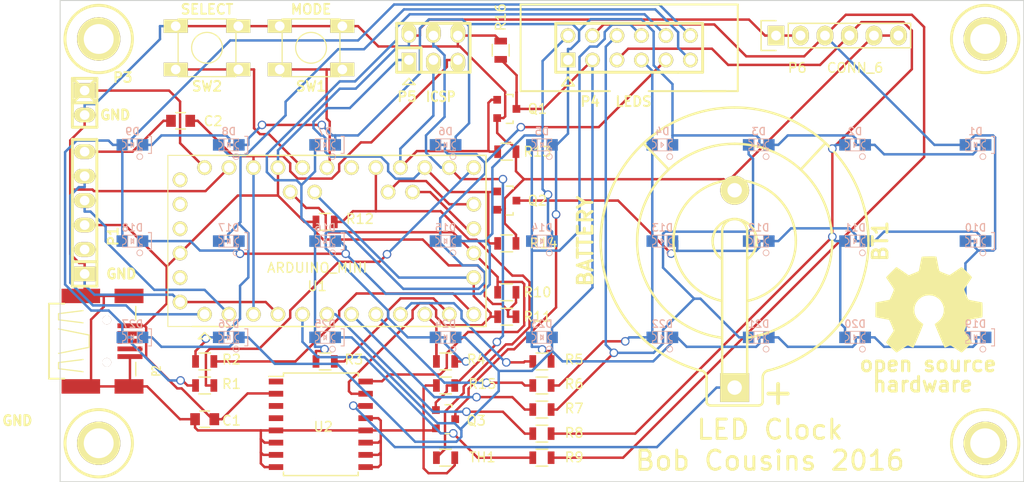
<source format=kicad_pcb>
(kicad_pcb (version 20171130) (host pcbnew "(5.1.12)-1")
  (layers (0 F.Cu signal) (31 B.Cu signal) (34 B.Paste user) (35 F.Paste user) (36 B.SilkS user hide) (37 F.SilkS user) (38 B.Mask user) (39 F.Mask user) (44 Edge.Cuts user))
  (net 0 "")
  (net 1 +5V)
  (net 2 /MISO)
  (net 3 /MOSI)
  (net 4 /SCK)
  (net 5 /SCL)
  (net 6 /SDA)
  (net 7 /SW1)
  (net 8 /SW2)
  (net 9 /VIN)
  (net 10 /~RST)
  (net 11 COL1)
  (net 12 COL2)
  (net 13 COL3)
  (net 14 COL4)
  (net 15 COL5)
  (net 16 COL6)
  (net 17 COL7)
  (net 18 COL8)
  (net 19 COL9)
  (net 20 GND)
  (net 21 ROW1)
  (net 22 ROW2)
  (net 23 ROW3)
  (net 24 RX)
  (net 25 TX)
  (net 26 "Net-(BT1-Pad1)")
  (net 27 "Net-(C2-Pad1)")
  (net 28 "Net-(P1-Pad2)")
  (net 29 "Net-(P2-Pad3)")
  (net 30 "Net-(P2-Pad2)")
  (net 31 "Net-(R1-Pad1)")
  (net 32 "Net-(R2-Pad1)")
  (net 33 "Net-(R3-Pad1)")
  (net 34 "Net-(R4-Pad1)")
  (net 35 "Net-(R5-Pad1)")
  (net 36 "Net-(R6-Pad1)")
  (net 37 "Net-(R7-Pad1)")
  (net 38 "Net-(R8-Pad1)")
  (net 39 "Net-(R9-Pad1)")
  (net 40 "Net-(R12-Pad2)")
  (net 41 "Net-(U1-PadA6)")
  (net 42 "Net-(U1-PadA7)")
  (net 43 "Net-(U1-PadA1)")
  (net 44 "Net-(U1-PadRX)")
  (net 45 "Net-(U1-PadTX)")
  (net 46 "Net-(U1-PadIO7)")
  (net 47 "Net-(U2-Pad1)")
  (net 48 "Net-(U2-Pad3)")
  (net 49 "Net-(U2-Pad4)")
  (module TO_SOT_Packages_SMD:SOT-23 (layer F.Cu) (at 122.555 72.39 270)
    (fp_text reference Q2 (at 0 -3.175) (layer F.SilkS))
    (fp_text value BSS138)
    (pad 1 smd rect (at -0.95 1.00076 270) (size 0.8001 0.8001) (layers F.Cu F.Paste F.Mask) (net 2 /MISO))
    (pad 2 smd rect (at 0.95 1.00076 270) (size 0.8001 0.8001) (layers F.Cu F.Paste F.Mask) (net 20 GND))
    (pad 3 smd rect (at 0 -0.99822 270) (size 0.8001 0.8001) (layers F.Cu F.Paste F.Mask) (net 22 ROW2))
  )
  (module Housings_SOIC:SOIC-16_7.5x10.3mm_Pitch1.27mm (layer F.Cu) (at 103.251 95.631)
    (fp_text reference U2 (at 0.254 0.254) (layer F.SilkS))
    (fp_text value DS3231N)
    (pad 1 smd rect (at -4.65 -4.445) (size 1.5 0.6) (layers F.Cu F.Paste F.Mask) (net 47 "Net-(U2-Pad1)"))
    (pad 2 smd rect (at -4.65 -3.175) (size 1.5 0.6) (layers F.Cu F.Paste F.Mask) (net 1 +5V))
    (pad 3 smd rect (at -4.65 -1.905) (size 1.5 0.6) (layers F.Cu F.Paste F.Mask) (net 48 "Net-(U2-Pad3)"))
    (pad 4 smd rect (at -4.65 -0.635) (size 1.5 0.6) (layers F.Cu F.Paste F.Mask) (net 49 "Net-(U2-Pad4)"))
    (pad 5 smd rect (at -4.65 0.635) (size 1.5 0.6) (layers F.Cu F.Paste F.Mask) (net 20 GND))
    (pad 6 smd rect (at -4.65 1.905) (size 1.5 0.6) (layers F.Cu F.Paste F.Mask) (net 20 GND))
    (pad 7 smd rect (at -4.65 3.175) (size 1.5 0.6) (layers F.Cu F.Paste F.Mask) (net 20 GND))
    (pad 8 smd rect (at -4.65 4.445) (size 1.5 0.6) (layers F.Cu F.Paste F.Mask) (net 20 GND))
    (pad 9 smd rect (at 4.65 4.445) (size 1.5 0.6) (layers F.Cu F.Paste F.Mask) (net 20 GND))
    (pad 10 smd rect (at 4.65 3.175) (size 1.5 0.6) (layers F.Cu F.Paste F.Mask) (net 20 GND))
    (pad 11 smd rect (at 4.65 1.905) (size 1.5 0.6) (layers F.Cu F.Paste F.Mask) (net 20 GND))
    (pad 12 smd rect (at 4.65 0.635) (size 1.5 0.6) (layers F.Cu F.Paste F.Mask) (net 20 GND))
    (pad 13 smd rect (at 4.65 -0.635) (size 1.5 0.6) (layers F.Cu F.Paste F.Mask) (net 20 GND))
    (pad 14 smd rect (at 4.65 -1.905) (size 1.5 0.6) (layers F.Cu F.Paste F.Mask) (net 26 "Net-(BT1-Pad1)"))
    (pad 15 smd rect (at 4.65 -3.175) (size 1.5 0.6) (layers F.Cu F.Paste F.Mask) (net 6 /SDA))
    (pad 16 smd rect (at 4.65 -4.445) (size 1.5 0.6) (layers F.Cu F.Paste F.Mask) (net 5 /SCL))
  )
  (module Capacitors_SMD:C_0805 (layer F.Cu) (at 91.2 95.1 180)
    (fp_text reference C1 (at -2.78 -0.15 180) (layer F.SilkS))
    (fp_text value 100nF)
    (pad 1 smd rect (at -1 0 180) (size 1 1.25) (layers F.Cu F.Paste F.Mask) (net 1 +5V))
    (pad 2 smd rect (at 1 0 180) (size 1 1.25) (layers F.Cu F.Paste F.Mask) (net 20 GND))
  )
  (module Capacitors_SMD:C_0805 (layer F.Cu) (at 88.7 64.1)
    (fp_text reference C2 (at 3.375 0.035) (layer F.SilkS))
    (fp_text value 100nF)
    (pad 1 smd rect (at -1 0) (size 1 1.25) (layers F.Cu F.Paste F.Mask) (net 27 "Net-(C2-Pad1)"))
    (pad 2 smd rect (at 1 0) (size 1 1.25) (layers F.Cu F.Paste F.Mask) (net 10 /~RST))
  )
  (module RMC:HOLE_M3 (layer F.Cu) (at 80.2 55.6)
    (fp_text reference H1 hide)
    (fp_text value HOLE_RMC hide)
    (pad "" thru_hole circle (at 0 0) (size 4.50088 4.50088) (drill 3.0988) (layers *.Cu *.Mask F.SilkS))
  )
  (module RMC:HOLE_M3 (layer F.Cu) (at 80.2 97.6)
    (fp_text reference H2 hide)
    (fp_text value HOLE_RMC hide)
    (pad "" thru_hole circle (at 0 0) (size 4.50088 4.50088) (drill 3.0988) (layers *.Cu *.Mask F.SilkS))
  )
  (module RMC:HOLE_M3 (layer F.Cu) (at 172.2 55.6)
    (fp_text reference H3 hide)
    (fp_text value HOLE_RMC hide)
    (pad "" thru_hole circle (at 0 0) (size 4.50088 4.50088) (drill 3.0988) (layers *.Cu *.Mask F.SilkS))
  )
  (module RMC:HOLE_M3 (layer F.Cu) (at 172.2 97.6)
    (fp_text reference H4 hide)
    (fp_text value HOLE_RMC hide)
    (pad "" thru_hole circle (at 0 0) (size 4.50088 4.50088) (drill 3.0988) (layers *.Cu *.Mask F.SilkS))
  )
  (module RMC:OSHW_logo_2 (layer F.Cu) (at 166.37 83.185)
    (fp_text reference M2 hide)
    (fp_text value LOGO_OSHW hide)
    (fp_text user hardware (at -0.64516 8.30072) (layer F.SilkS) (effects (font (size 1.524 1.524) (thickness 0.3048))))
    (fp_text user "open source" (at -0.09906 6.20014) (layer F.SilkS) (effects (font (size 1.524 1.524) (thickness 0.3048))))
  )
  (module w_pin_strip:pin_strip_6 (layer F.Cu) (at 78.74 73.66 90)
    (fp_text reference P1 (at -2.44 2.96 90) (layer F.SilkS) (effects (font (size 1.016 1.016) (thickness 0.2032))))
    (fp_text value SERIAL hide)
    (pad 1 thru_hole rect (at -6.35 0 90) (size 1.524 2.19964) (drill 1.00076) (layers *.Cu *.Mask F.SilkS) (net 20 GND))
    (pad 2 thru_hole oval (at -3.81 0 90) (size 1.524 2.19964) (drill 1.00076) (layers *.Cu *.Mask F.SilkS) (net 28 "Net-(P1-Pad2)"))
    (pad 3 thru_hole oval (at -1.27 0 90) (size 1.524 2.19964) (drill 1.00076) (layers *.Cu *.Mask F.SilkS) (net 1 +5V))
    (pad 4 thru_hole oval (at 1.27 0 90) (size 1.524 2.19964) (drill 1.00076) (layers *.Cu *.Mask F.SilkS) (net 24 RX))
    (pad 5 thru_hole oval (at 3.81 0 90) (size 1.524 2.19964) (drill 1.00076) (layers *.Cu *.Mask F.SilkS) (net 25 TX))
    (pad 6 thru_hole oval (at 6.35 0 90) (size 1.524 2.19964) (drill 1.00076) (layers *.Cu *.Mask F.SilkS) (net 27 "Net-(C2-Pad1)"))
  )
  (module w_pin_strip:pin_strip_2 (layer F.Cu) (at 78.74 62.23 270)
    (fp_text reference P3 (at -2.63 -3.96) (layer F.SilkS) (effects (font (size 1.016 1.016) (thickness 0.2032))))
    (fp_text value "5-9V IN" hide)
    (pad 1 thru_hole rect (at -1.27 0 270) (size 1.524 2.19964) (drill 1.00076) (layers *.Cu *.Mask F.SilkS) (net 9 /VIN))
    (pad 2 thru_hole oval (at 1.27 0 270) (size 1.524 2.19964) (drill 1.00076) (layers *.Cu *.Mask F.SilkS) (net 20 GND))
  )
  (module RMC:PIN_ARRAY_6x2_RMC (layer F.Cu) (at 135.255 56.515)
    (fp_text reference P4 (at -4.055 5.585) (layer F.SilkS) (effects (font (size 1.016 1.016) (thickness 0.2032))))
    (fp_text value LEDS (at 0.445 5.585) (layer F.SilkS) (effects (font (size 1.016 1.016) (thickness 0.2032))))
    (pad 1 thru_hole rect (at -6.35 1.27) (size 1.524 1.524) (drill 1.016) (layers *.Cu *.Mask F.SilkS) (net 21 ROW1))
    (pad 2 thru_hole circle (at -6.35 -1.27) (size 1.524 1.524) (drill 1.016) (layers *.Cu *.Mask F.SilkS) (net 22 ROW2))
    (pad 3 thru_hole circle (at -3.81 1.27) (size 1.524 1.524) (drill 1.016) (layers *.Cu *.Mask F.SilkS) (net 23 ROW3))
    (pad 4 thru_hole circle (at -3.81 -1.27) (size 1.524 1.524) (drill 1.016) (layers *.Cu *.Mask F.SilkS) (net 11 COL1))
    (pad 5 thru_hole circle (at -1.27 1.27) (size 1.524 1.524) (drill 1.016) (layers *.Cu *.Mask F.SilkS) (net 12 COL2))
    (pad 6 thru_hole circle (at -1.27 -1.27) (size 1.524 1.524) (drill 1.016) (layers *.Cu *.Mask F.SilkS) (net 13 COL3))
    (pad 7 thru_hole circle (at 1.27 1.27) (size 1.524 1.524) (drill 1.016) (layers *.Cu *.Mask F.SilkS) (net 14 COL4))
    (pad 8 thru_hole circle (at 1.27 -1.27) (size 1.524 1.524) (drill 1.016) (layers *.Cu *.Mask F.SilkS) (net 15 COL5))
    (pad 9 thru_hole circle (at 3.81 1.27) (size 1.524 1.524) (drill 1.016) (layers *.Cu *.Mask F.SilkS) (net 16 COL6))
    (pad 10 thru_hole circle (at 3.81 -1.27) (size 1.524 1.524) (drill 1.016) (layers *.Cu *.Mask F.SilkS) (net 17 COL7))
    (pad 11 thru_hole circle (at 6.35 1.27) (size 1.524 1.524) (drill 1.016) (layers *.Cu *.Mask F.SilkS) (net 18 COL8))
    (pad 12 thru_hole circle (at 6.35 -1.27) (size 1.524 1.524) (drill 1.016) (layers *.Cu *.Mask F.SilkS) (net 19 COL9))
  )
  (module w_pin_strip:pin_strip_3x2 (layer F.Cu) (at 114.935 56.515)
    (fp_text reference P5 (at -2.735 5.085) (layer F.SilkS) (effects (font (size 1.016 1.016) (thickness 0.2032))))
    (fp_text value ICSP (at 0.765 5.085) (layer F.SilkS) (effects (font (size 1.016 0.889) (thickness 0.2032))))
    (pad 1 thru_hole rect (at -2.54 1.27) (size 1.524 1.99898) (drill 1.00076 (offset 0 0.24892)) (layers *.Cu *.Mask F.SilkS) (net 2 /MISO))
    (pad 2 thru_hole oval (at -2.54 -1.27) (size 1.524 1.99898) (drill 1.00076 (offset 0 -0.24892)) (layers *.Cu *.Mask F.SilkS) (net 1 +5V))
    (pad 3 thru_hole oval (at 0 1.27) (size 1.524 1.99898) (drill 1.00076 (offset 0 0.24892)) (layers *.Cu *.Mask F.SilkS) (net 4 /SCK))
    (pad 4 thru_hole oval (at 0 -1.27) (size 1.524 1.99898) (drill 1.00076 (offset 0 -0.24892)) (layers *.Cu *.Mask F.SilkS) (net 3 /MOSI))
    (pad 5 thru_hole oval (at 2.54 1.27) (size 1.524 1.99898) (drill 1.00076 (offset 0 0.24892)) (layers *.Cu *.Mask F.SilkS) (net 10 /~RST))
    (pad 6 thru_hole oval (at 2.54 -1.27) (size 1.524 1.99898) (drill 1.00076 (offset 0 -0.24892)) (layers *.Cu *.Mask F.SilkS) (net 20 GND))
  )
  (module Pin_Headers:Pin_Header_Straight_1x06 (layer F.Cu) (at 150.495 55.245 90)
    (fp_text reference P6 (at -3.355 2.205 180) (layer F.SilkS))
    (fp_text value CONN_6 (at -3.355 8.205 180) (layer F.SilkS))
    (pad 1 thru_hole rect (at 0 0 90) (size 2.032 1.7272) (drill 1.016) (layers *.Cu *.Mask F.SilkS) (net 1 +5V))
    (pad 2 thru_hole oval (at 0 2.54 90) (size 2.032 1.7272) (drill 1.016) (layers *.Cu *.Mask F.SilkS) (net 1 +5V))
    (pad 3 thru_hole oval (at 0 5.08 90) (size 2.032 1.7272) (drill 1.016) (layers *.Cu *.Mask F.SilkS) (net 11 COL1))
    (pad 4 thru_hole oval (at 0 7.62 90) (size 2.032 1.7272) (drill 1.016) (layers *.Cu *.Mask F.SilkS) (net 12 COL2))
    (pad 5 thru_hole oval (at 0 10.16 90) (size 2.032 1.7272) (drill 1.016) (layers *.Cu *.Mask F.SilkS) (net 20 GND))
    (pad 6 thru_hole oval (at 0 12.7 90) (size 2.032 1.7272) (drill 1.016) (layers *.Cu *.Mask F.SilkS) (net 20 GND))
  )
  (module TO_SOT_Packages_SMD:SOT-23 (layer F.Cu) (at 122.555 62.865 270)
    (fp_text reference Q1 (at 0 -3.175) (layer F.SilkS))
    (fp_text value BSS138)
    (pad 1 smd rect (at -0.95 1.00076 270) (size 0.8001 0.8001) (layers F.Cu F.Paste F.Mask) (net 4 /SCK))
    (pad 2 smd rect (at 0.95 1.00076 270) (size 0.8001 0.8001) (layers F.Cu F.Paste F.Mask) (net 20 GND))
    (pad 3 smd rect (at 0 -0.99822 270) (size 0.8001 0.8001) (layers F.Cu F.Paste F.Mask) (net 23 ROW3))
  )
  (module TO_SOT_Packages_SMD:SOT-23 (layer F.Cu) (at 116.2 95.1 270)
    (fp_text reference Q3 (at 0.15 -3.18) (layer F.SilkS))
    (fp_text value BSS138)
    (pad 1 smd rect (at -0.95 1.00076 270) (size 0.8001 0.8001) (layers F.Cu F.Paste F.Mask) (net 3 /MOSI))
    (pad 2 smd rect (at 0.95 1.00076 270) (size 0.8001 0.8001) (layers F.Cu F.Paste F.Mask) (net 20 GND))
    (pad 3 smd rect (at 0 -0.99822 270) (size 0.8001 0.8001) (layers F.Cu F.Paste F.Mask) (net 21 ROW1))
  )
  (module Resistors_SMD:R_0805 (layer F.Cu) (at 91.2 91.6 180)
    (fp_text reference R1 (at -2.78 0.16 180) (layer F.SilkS))
    (fp_text value 220)
    (pad 1 smd rect (at -0.95 0 180) (size 0.7 1.3) (layers F.Cu F.Paste F.Mask) (net 31 "Net-(R1-Pad1)"))
    (pad 2 smd rect (at 0.95 0 180) (size 0.7 1.3) (layers F.Cu F.Paste F.Mask) (net 19 COL9))
  )
  (module Resistors_SMD:R_0805 (layer F.Cu) (at 91.2 89.1 180)
    (fp_text reference R2 (at -2.78 0.2 180) (layer F.SilkS))
    (fp_text value 220)
    (pad 1 smd rect (at -0.95 0 180) (size 0.7 1.3) (layers F.Cu F.Paste F.Mask) (net 32 "Net-(R2-Pad1)"))
    (pad 2 smd rect (at 0.95 0 180) (size 0.7 1.3) (layers F.Cu F.Paste F.Mask) (net 18 COL8))
  )
  (module Resistors_SMD:R_0805 (layer F.Cu) (at 103.7 89.1 180)
    (fp_text reference R3 (at -2.98 0.2 180) (layer F.SilkS))
    (fp_text value 220)
    (pad 1 smd rect (at -0.95 0 180) (size 0.7 1.3) (layers F.Cu F.Paste F.Mask) (net 33 "Net-(R3-Pad1)"))
    (pad 2 smd rect (at 0.95 0 180) (size 0.7 1.3) (layers F.Cu F.Paste F.Mask) (net 17 COL7))
  )
  (module Resistors_SMD:R_0805 (layer F.Cu) (at 116.2 89.1)
    (fp_text reference R4 (at 3.18 -0.2) (layer F.SilkS))
    (fp_text value 220)
    (pad 1 smd rect (at -0.95 0) (size 0.7 1.3) (layers F.Cu F.Paste F.Mask) (net 34 "Net-(R4-Pad1)"))
    (pad 2 smd rect (at 0.95 0) (size 0.7 1.3) (layers F.Cu F.Paste F.Mask) (net 16 COL6))
  )
  (module Resistors_SMD:R_0805 (layer F.Cu) (at 126.2 89.1)
    (fp_text reference R5 (at 3.34 -0.2) (layer F.SilkS))
    (fp_text value 220)
    (pad 1 smd rect (at -0.95 0) (size 0.7 1.3) (layers F.Cu F.Paste F.Mask) (net 35 "Net-(R5-Pad1)"))
    (pad 2 smd rect (at 0.95 0) (size 0.7 1.3) (layers F.Cu F.Paste F.Mask) (net 15 COL5))
  )
  (module Resistors_SMD:R_0805 (layer F.Cu) (at 126.2 91.6)
    (fp_text reference R6 (at 3.34 -0.16) (layer F.SilkS))
    (fp_text value 220)
    (pad 1 smd rect (at -0.95 0) (size 0.7 1.3) (layers F.Cu F.Paste F.Mask) (net 36 "Net-(R6-Pad1)"))
    (pad 2 smd rect (at 0.95 0) (size 0.7 1.3) (layers F.Cu F.Paste F.Mask) (net 14 COL4))
  )
  (module Resistors_SMD:R_0805 (layer F.Cu) (at 126.2 94.1)
    (fp_text reference R7 (at 3.34 -0.12) (layer F.SilkS))
    (fp_text value 220)
    (pad 1 smd rect (at -0.95 0) (size 0.7 1.3) (layers F.Cu F.Paste F.Mask) (net 37 "Net-(R7-Pad1)"))
    (pad 2 smd rect (at 0.95 0) (size 0.7 1.3) (layers F.Cu F.Paste F.Mask) (net 13 COL3))
  )
  (module Resistors_SMD:R_0805 (layer F.Cu) (at 126.2 96.6)
    (fp_text reference R8 (at 3.34 -0.08) (layer F.SilkS))
    (fp_text value 220)
    (pad 1 smd rect (at -0.95 0) (size 0.7 1.3) (layers F.Cu F.Paste F.Mask) (net 38 "Net-(R8-Pad1)"))
    (pad 2 smd rect (at 0.95 0) (size 0.7 1.3) (layers F.Cu F.Paste F.Mask) (net 12 COL2))
  )
  (module Resistors_SMD:R_0805 (layer F.Cu) (at 126.2 99.1)
    (fp_text reference R9 (at 3.34 -0.04) (layer F.SilkS))
    (fp_text value 220)
    (pad 1 smd rect (at -0.95 0) (size 0.7 1.3) (layers F.Cu F.Paste F.Mask) (net 39 "Net-(R9-Pad1)"))
    (pad 2 smd rect (at 0.95 0) (size 0.7 1.3) (layers F.Cu F.Paste F.Mask) (net 11 COL1))
  )
  (module Resistors_SMD:R_0805 (layer F.Cu) (at 122.555 81.915)
    (fp_text reference R10 (at 3.175 0) (layer F.SilkS))
    (fp_text value 4k7)
    (pad 1 smd rect (at -0.95 0) (size 0.7 1.3) (layers F.Cu F.Paste F.Mask) (net 5 /SCL))
    (pad 2 smd rect (at 0.95 0) (size 0.7 1.3) (layers F.Cu F.Paste F.Mask) (net 1 +5V))
  )
  (module Resistors_SMD:R_0805 (layer F.Cu) (at 122.555 84.455)
    (fp_text reference R11 (at 3.175 0) (layer F.SilkS))
    (fp_text value 4k7)
    (pad 1 smd rect (at -0.95 0) (size 0.7 1.3) (layers F.Cu F.Paste F.Mask) (net 6 /SDA))
    (pad 2 smd rect (at 0.95 0) (size 0.7 1.3) (layers F.Cu F.Paste F.Mask) (net 1 +5V))
  )
  (module Resistors_SMD:R_0805 (layer F.Cu) (at 103.7 74.6)
    (fp_text reference R12 (at 3.615 -0.305) (layer F.SilkS))
    (fp_text value 4k7)
    (pad 1 smd rect (at -0.95 0) (size 0.7 1.3) (layers F.Cu F.Paste F.Mask) (net 1 +5V))
    (pad 2 smd rect (at 0.95 0) (size 0.7 1.3) (layers F.Cu F.Paste F.Mask) (net 40 "Net-(R12-Pad2)"))
  )
  (module Resistors_SMD:R_0805 (layer F.Cu) (at 122.555 67.31)
    (fp_text reference R13 (at 3.175 0) (layer F.SilkS))
    (fp_text value 10k)
    (pad 1 smd rect (at -0.95 0) (size 0.7 1.3) (layers F.Cu F.Paste F.Mask) (net 4 /SCK))
    (pad 2 smd rect (at 0.95 0) (size 0.7 1.3) (layers F.Cu F.Paste F.Mask) (net 20 GND))
  )
  (module Resistors_SMD:R_0805 (layer F.Cu) (at 122.555 76.835)
    (fp_text reference R14 (at 3.81 0) (layer F.SilkS))
    (fp_text value 10k)
    (pad 1 smd rect (at -0.95 0) (size 0.7 1.3) (layers F.Cu F.Paste F.Mask) (net 2 /MISO))
    (pad 2 smd rect (at 0.95 0) (size 0.7 1.3) (layers F.Cu F.Paste F.Mask) (net 20 GND))
  )
  (module Resistors_SMD:R_0805 (layer F.Cu) (at 116.2 91.6 180)
    (fp_text reference R15 (at -3.815 0.16 180) (layer F.SilkS))
    (fp_text value 10k)
    (pad 1 smd rect (at -0.95 0 180) (size 0.7 1.3) (layers F.Cu F.Paste F.Mask) (net 3 /MOSI))
    (pad 2 smd rect (at 0.95 0 180) (size 0.7 1.3) (layers F.Cu F.Paste F.Mask) (net 20 GND))
  )
  (module Resistors_SMD:R_0805 (layer F.Cu) (at 121.92 56.769 90)
    (fp_text reference R16 (at 3.429 0 90) (layer F.SilkS))
    (fp_text value 0R)
    (pad 1 smd rect (at -0.95 0 90) (size 0.7 1.3) (layers F.Cu F.Paste F.Mask) (net 23 ROW3))
    (pad 2 smd rect (at 0.95 0 90) (size 0.7 1.3) (layers F.Cu F.Paste F.Mask) (net 20 GND))
  )
  (module Resistors_SMD:R_0805 (layer F.Cu) (at 116.2 99.1)
    (fp_text reference TH1 (at 3.815 -0.04) (layer F.SilkS))
    (fp_text value 10k)
    (pad 1 smd rect (at -0.95 0) (size 0.7 1.3) (layers F.Cu F.Paste F.Mask) (net 40 "Net-(R12-Pad2)"))
    (pad 2 smd rect (at 0.95 0) (size 0.7 1.3) (layers F.Cu F.Paste F.Mask) (net 20 GND))
  )
  (module RMC:ARDUINO_MINI (layer F.Cu) (at 91.186 84.201 90)
    (fp_text reference U1 (at 2.921 11.684 180) (layer F.SilkS))
    (fp_text value ARDUINO_MINI (at 4.826 11.684 180) (layer F.SilkS))
    (pad 0 thru_hole circle (at 0 2.54 90) (size 1.524 1.524) (drill 1.016) (layers *.Cu *.Mask F.SilkS) (net 24 RX))
    (pad RST thru_hole circle (at 0 5.08 90) (size 1.524 1.524) (drill 1.016) (layers *.Cu *.Mask F.SilkS) (net 10 /~RST))
    (pad GND thru_hole circle (at 0 7.62 90) (size 1.524 1.524) (drill 1.016) (layers *.Cu *.Mask F.SilkS) (net 20 GND))
    (pad 1 thru_hole circle (at 0 0 90) (size 1.524 1.524) (drill 1.016) (layers *.Cu *.Mask F.SilkS) (net 25 TX))
    (pad 2 thru_hole circle (at 0 10.16 90) (size 1.524 1.524) (drill 1.016) (layers *.Cu *.Mask F.SilkS) (net 39 "Net-(R9-Pad1)"))
    (pad 3 thru_hole circle (at 0 12.7 90) (size 1.524 1.524) (drill 1.016) (layers *.Cu *.Mask F.SilkS) (net 38 "Net-(R8-Pad1)"))
    (pad 4 thru_hole circle (at 0 15.24 90) (size 1.524 1.524) (drill 1.016) (layers *.Cu *.Mask F.SilkS) (net 37 "Net-(R7-Pad1)"))
    (pad 5 thru_hole circle (at 0 17.78 90) (size 1.524 1.524) (drill 1.016) (layers *.Cu *.Mask F.SilkS) (net 36 "Net-(R6-Pad1)"))
    (pad 6 thru_hole circle (at 0 20.32 90) (size 1.524 1.524) (drill 1.016) (layers *.Cu *.Mask F.SilkS) (net 35 "Net-(R5-Pad1)"))
    (pad 7 thru_hole circle (at 0 22.86 90) (size 1.524 1.524) (drill 1.016) (layers *.Cu *.Mask F.SilkS) (net 34 "Net-(R4-Pad1)"))
    (pad 8 thru_hole circle (at 0 25.4 90) (size 1.524 1.524) (drill 1.016) (layers *.Cu *.Mask F.SilkS) (net 33 "Net-(R3-Pad1)"))
    (pad 9 thru_hole circle (at 0 27.94 90) (size 1.524 1.524) (drill 1.016) (layers *.Cu *.Mask F.SilkS) (net 32 "Net-(R2-Pad1)"))
    (pad A4 thru_hole circle (at 3.81 27.94 90) (size 1.524 1.524) (drill 1.016) (layers *.Cu *.Mask F.SilkS) (net 6 /SDA))
    (pad A5 thru_hole circle (at 6.35 27.94 90) (size 1.524 1.524) (drill 1.016) (layers *.Cu *.Mask F.SilkS) (net 5 /SCL))
    (pad A6 thru_hole circle (at 8.89 27.94 90) (size 1.524 1.524) (drill 1.016) (layers *.Cu *.Mask F.SilkS) (net 41 "Net-(U1-PadA6)"))
    (pad A7 thru_hole circle (at 11.43 27.94 90) (size 1.524 1.524) (drill 1.016) (layers *.Cu *.Mask F.SilkS) (net 42 "Net-(U1-PadA7)"))
    (pad 10 thru_hole circle (at 15.24 27.94 90) (size 1.524 1.524) (drill 1.016) (layers *.Cu *.Mask F.SilkS) (net 31 "Net-(R1-Pad1)"))
    (pad 11 thru_hole circle (at 15.24 25.4 90) (size 1.524 1.524) (drill 1.016) (layers *.Cu *.Mask F.SilkS) (net 3 /MOSI))
    (pad 12 thru_hole circle (at 15.24 22.86 90) (size 1.524 1.524) (drill 1.016) (layers *.Cu *.Mask F.SilkS) (net 2 /MISO))
    (pad 13 thru_hole circle (at 15.24 20.32 90) (size 1.524 1.524) (drill 1.016) (layers *.Cu *.Mask F.SilkS) (net 4 /SCK))
    (pad A0 thru_hole circle (at 15.24 17.78 90) (size 1.524 1.524) (drill 1.016) (layers *.Cu *.Mask F.SilkS) (net 40 "Net-(R12-Pad2)"))
    (pad A1 thru_hole circle (at 15.24 15.24 90) (size 1.524 1.524) (drill 1.016) (layers *.Cu *.Mask F.SilkS) (net 43 "Net-(U1-PadA1)"))
    (pad A2 thru_hole circle (at 15.24 12.7 90) (size 1.524 1.524) (drill 1.016) (layers *.Cu *.Mask F.SilkS) (net 7 /SW1))
    (pad A3 thru_hole circle (at 15.24 10.16 90) (size 1.524 1.524) (drill 1.016) (layers *.Cu *.Mask F.SilkS) (net 8 /SW2))
    (pad +5V thru_hole circle (at 15.24 7.62 90) (size 1.524 1.524) (drill 1.016) (layers *.Cu *.Mask F.SilkS) (net 1 +5V))
    (pad RST thru_hole circle (at 15.24 5.08 90) (size 1.524 1.524) (drill 1.016) (layers *.Cu *.Mask F.SilkS) (net 10 /~RST))
    (pad GND thru_hole circle (at 15.24 2.54 90) (size 1.524 1.524) (drill 1.016) (layers *.Cu *.Mask F.SilkS) (net 20 GND))
    (pad VIN thru_hole circle (at 15.24 0 90) (size 1.524 1.524) (drill 1.016) (layers *.Cu *.Mask F.SilkS) (net 9 /VIN))
    (pad GND thru_hole circle (at 1.27 -2.54 90) (size 1.524 1.524) (drill 1.016) (layers *.Cu *.Mask F.SilkS) (net 20 GND))
    (pad +5V thru_hole circle (at 6.35 -2.54 90) (size 1.524 1.524) (drill 1.016) (layers *.Cu *.Mask F.SilkS) (net 1 +5V))
    (pad RX thru_hole circle (at 8.89 -2.54 90) (size 1.524 1.524) (drill 1.016) (layers *.Cu *.Mask F.SilkS) (net 44 "Net-(U1-PadRX)"))
    (pad TX thru_hole circle (at 11.43 -2.54 90) (size 1.524 1.524) (drill 1.016) (layers *.Cu *.Mask F.SilkS) (net 45 "Net-(U1-PadTX)"))
    (pad IO7 thru_hole circle (at 13.97 -2.54 90) (size 1.524 1.524) (drill 1.016) (layers *.Cu *.Mask F.SilkS) (net 46 "Net-(U1-PadIO7)"))
    (pad A6 thru_hole circle (at 12.7 21.59 90) (size 1.524 1.524) (drill 1.016) (layers *.Cu *.Mask F.SilkS) (net 41 "Net-(U1-PadA6)"))
    (pad A7 thru_hole circle (at 12.7 19.05 90) (size 1.524 1.524) (drill 1.016) (layers *.Cu *.Mask F.SilkS) (net 42 "Net-(U1-PadA7)"))
    (pad A4 thru_hole circle (at 12.7 11.43 90) (size 1.524 1.524) (drill 1.016) (layers *.Cu *.Mask F.SilkS) (net 6 /SDA))
    (pad A5 thru_hole circle (at 12.7 8.89 90) (size 1.524 1.524) (drill 1.016) (layers *.Cu *.Mask F.SilkS) (net 5 /SCL))
    (pad "" thru_hole circle (at 3.81 -2.54 90) (size 1.524 1.524) (drill 1.016) (layers *.Cu *.Mask F.SilkS))
  )
  (module RMC:LED-0805_RED (layer B.Cu) (at 171.2 66.6)
    (fp_text reference D1 (at 0 -1.397) (layer B.SilkS) (effects (font (size 0.762 0.762) (thickness 0.127)) (justify mirror)))
    (fp_text value LED hide)
    (pad 2 smd rect (at -1.04902 0) (size 1.19888 1.19888) (layers B.Cu B.Paste B.Mask) (net 11 COL1))
    (pad 1 smd rect (at 1.04902 0) (size 1.19888 1.19888) (layers B.Cu B.Paste B.Mask) (net 21 ROW1))
  )
  (module RMC:LED-0805_RED (layer B.Cu) (at 83.7 86.6)
    (fp_text reference D27 (at 0 -1.397) (layer B.SilkS) (effects (font (size 0.762 0.762) (thickness 0.127)) (justify mirror)))
    (fp_text value LED hide)
    (pad 2 smd rect (at -1.04902 0) (size 1.19888 1.19888) (layers B.Cu B.Paste B.Mask) (net 19 COL9))
    (pad 1 smd rect (at 1.04902 0) (size 1.19888 1.19888) (layers B.Cu B.Paste B.Mask) (net 23 ROW3))
  )
  (module RMC:LED-0805_RED (layer B.Cu) (at 93.7 86.6)
    (fp_text reference D26 (at 0 -1.397) (layer B.SilkS) (effects (font (size 0.762 0.762) (thickness 0.127)) (justify mirror)))
    (fp_text value LED hide)
    (pad 2 smd rect (at -1.04902 0) (size 1.19888 1.19888) (layers B.Cu B.Paste B.Mask) (net 18 COL8))
    (pad 1 smd rect (at 1.04902 0) (size 1.19888 1.19888) (layers B.Cu B.Paste B.Mask) (net 23 ROW3))
  )
  (module RMC:LED-0805_RED (layer B.Cu) (at 103.7 86.6)
    (fp_text reference D25 (at 0 -1.397) (layer B.SilkS) (effects (font (size 0.762 0.762) (thickness 0.127)) (justify mirror)))
    (fp_text value LED hide)
    (pad 2 smd rect (at -1.04902 0) (size 1.19888 1.19888) (layers B.Cu B.Paste B.Mask) (net 17 COL7))
    (pad 1 smd rect (at 1.04902 0) (size 1.19888 1.19888) (layers B.Cu B.Paste B.Mask) (net 23 ROW3))
  )
  (module RMC:LED-0805_RED (layer B.Cu) (at 171.2 86.6)
    (fp_text reference D19 (at 0 -1.397) (layer B.SilkS) (effects (font (size 0.762 0.762) (thickness 0.127)) (justify mirror)))
    (fp_text value LED hide)
    (pad 2 smd rect (at -1.04902 0) (size 1.19888 1.19888) (layers B.Cu B.Paste B.Mask) (net 11 COL1))
    (pad 1 smd rect (at 1.04902 0) (size 1.19888 1.19888) (layers B.Cu B.Paste B.Mask) (net 23 ROW3))
  )
  (module RMC:LED-0805_RED (layer B.Cu) (at 83.7 76.6)
    (fp_text reference D18 (at 0 -1.397) (layer B.SilkS) (effects (font (size 0.762 0.762) (thickness 0.127)) (justify mirror)))
    (fp_text value LED hide)
    (pad 2 smd rect (at -1.04902 0) (size 1.19888 1.19888) (layers B.Cu B.Paste B.Mask) (net 19 COL9))
    (pad 1 smd rect (at 1.04902 0) (size 1.19888 1.19888) (layers B.Cu B.Paste B.Mask) (net 22 ROW2))
  )
  (module RMC:LED-0805_RED (layer B.Cu) (at 93.7 76.6)
    (fp_text reference D17 (at 0 -1.397) (layer B.SilkS) (effects (font (size 0.762 0.762) (thickness 0.127)) (justify mirror)))
    (fp_text value LED hide)
    (pad 2 smd rect (at -1.04902 0) (size 1.19888 1.19888) (layers B.Cu B.Paste B.Mask) (net 18 COL8))
    (pad 1 smd rect (at 1.04902 0) (size 1.19888 1.19888) (layers B.Cu B.Paste B.Mask) (net 22 ROW2))
  )
  (module RMC:LED-0805_RED (layer B.Cu) (at 103.7 76.6)
    (fp_text reference D16 (at 0 -1.397) (layer B.SilkS) (effects (font (size 0.762 0.762) (thickness 0.127)) (justify mirror)))
    (fp_text value LED hide)
    (pad 2 smd rect (at -1.04902 0) (size 1.19888 1.19888) (layers B.Cu B.Paste B.Mask) (net 17 COL7))
    (pad 1 smd rect (at 1.04902 0) (size 1.19888 1.19888) (layers B.Cu B.Paste B.Mask) (net 22 ROW2))
  )
  (module RMC:LED-0805_RED (layer B.Cu) (at 171.2 76.6)
    (fp_text reference D10 (at 0 -1.397) (layer B.SilkS) (effects (font (size 0.762 0.762) (thickness 0.127)) (justify mirror)))
    (fp_text value LED hide)
    (pad 2 smd rect (at -1.04902 0) (size 1.19888 1.19888) (layers B.Cu B.Paste B.Mask) (net 11 COL1))
    (pad 1 smd rect (at 1.04902 0) (size 1.19888 1.19888) (layers B.Cu B.Paste B.Mask) (net 22 ROW2))
  )
  (module RMC:LED-0805_RED (layer B.Cu) (at 83.7 66.6)
    (fp_text reference D9 (at 0 -1.397) (layer B.SilkS) (effects (font (size 0.762 0.762) (thickness 0.127)) (justify mirror)))
    (fp_text value LED hide)
    (pad 2 smd rect (at -1.04902 0) (size 1.19888 1.19888) (layers B.Cu B.Paste B.Mask) (net 19 COL9))
    (pad 1 smd rect (at 1.04902 0) (size 1.19888 1.19888) (layers B.Cu B.Paste B.Mask) (net 21 ROW1))
  )
  (module RMC:LED-0805_RED (layer B.Cu) (at 93.7 66.6)
    (fp_text reference D8 (at 0 -1.397) (layer B.SilkS) (effects (font (size 0.762 0.762) (thickness 0.127)) (justify mirror)))
    (fp_text value LED hide)
    (pad 2 smd rect (at -1.04902 0) (size 1.19888 1.19888) (layers B.Cu B.Paste B.Mask) (net 18 COL8))
    (pad 1 smd rect (at 1.04902 0) (size 1.19888 1.19888) (layers B.Cu B.Paste B.Mask) (net 21 ROW1))
  )
  (module RMC:LED-0805_RED (layer B.Cu) (at 103.7 66.6)
    (fp_text reference D7 (at 0 -1.397) (layer B.SilkS) (effects (font (size 0.762 0.762) (thickness 0.127)) (justify mirror)))
    (fp_text value LED hide)
    (pad 2 smd rect (at -1.04902 0) (size 1.19888 1.19888) (layers B.Cu B.Paste B.Mask) (net 17 COL7))
    (pad 1 smd rect (at 1.04902 0) (size 1.19888 1.19888) (layers B.Cu B.Paste B.Mask) (net 21 ROW1))
  )
  (module RMC:LED-0805_BLUE (layer B.Cu) (at 116.2 86.6)
    (fp_text reference D24 (at 0 -1.397) (layer B.SilkS) (effects (font (size 0.762 0.762) (thickness 0.127)) (justify mirror)))
    (fp_text value LED hide)
    (pad 2 smd rect (at -1.04902 0) (size 1.19888 1.19888) (layers B.Cu B.Paste B.Mask) (net 16 COL6))
    (pad 1 smd rect (at 1.04902 0) (size 1.19888 1.19888) (layers B.Cu B.Paste B.Mask) (net 23 ROW3))
  )
  (module RMC:LED-0805_BLUE (layer B.Cu) (at 126.2 86.6)
    (fp_text reference D23 (at 0 -1.397) (layer B.SilkS) (effects (font (size 0.762 0.762) (thickness 0.127)) (justify mirror)))
    (fp_text value LED hide)
    (pad 2 smd rect (at -1.04902 0) (size 1.19888 1.19888) (layers B.Cu B.Paste B.Mask) (net 15 COL5))
    (pad 1 smd rect (at 1.04902 0) (size 1.19888 1.19888) (layers B.Cu B.Paste B.Mask) (net 23 ROW3))
  )
  (module RMC:LED-0805_BLUE (layer B.Cu) (at 116.2 76.6)
    (fp_text reference D15 (at 0 -1.397) (layer B.SilkS) (effects (font (size 0.762 0.762) (thickness 0.127)) (justify mirror)))
    (fp_text value LED hide)
    (pad 2 smd rect (at -1.04902 0) (size 1.19888 1.19888) (layers B.Cu B.Paste B.Mask) (net 16 COL6))
    (pad 1 smd rect (at 1.04902 0) (size 1.19888 1.19888) (layers B.Cu B.Paste B.Mask) (net 22 ROW2))
  )
  (module RMC:LED-0805_BLUE (layer B.Cu) (at 126.2 76.6)
    (fp_text reference D14 (at 0 -1.397) (layer B.SilkS) (effects (font (size 0.762 0.762) (thickness 0.127)) (justify mirror)))
    (fp_text value LED hide)
    (pad 2 smd rect (at -1.04902 0) (size 1.19888 1.19888) (layers B.Cu B.Paste B.Mask) (net 15 COL5))
    (pad 1 smd rect (at 1.04902 0) (size 1.19888 1.19888) (layers B.Cu B.Paste B.Mask) (net 22 ROW2))
  )
  (module RMC:LED-0805_BLUE (layer B.Cu) (at 116.2 66.6)
    (fp_text reference D6 (at 0 -1.397) (layer B.SilkS) (effects (font (size 0.762 0.762) (thickness 0.127)) (justify mirror)))
    (fp_text value LED hide)
    (pad 2 smd rect (at -1.04902 0) (size 1.19888 1.19888) (layers B.Cu B.Paste B.Mask) (net 16 COL6))
    (pad 1 smd rect (at 1.04902 0) (size 1.19888 1.19888) (layers B.Cu B.Paste B.Mask) (net 21 ROW1))
  )
  (module RMC:LED-0805_BLUE (layer B.Cu) (at 126.2 66.6)
    (fp_text reference D5 (at 0 -1.397) (layer B.SilkS) (effects (font (size 0.762 0.762) (thickness 0.127)) (justify mirror)))
    (fp_text value LED hide)
    (pad 2 smd rect (at -1.04902 0) (size 1.19888 1.19888) (layers B.Cu B.Paste B.Mask) (net 15 COL5))
    (pad 1 smd rect (at 1.04902 0) (size 1.19888 1.19888) (layers B.Cu B.Paste B.Mask) (net 21 ROW1))
  )
  (module RMC:LED-0805_GREEN (layer B.Cu) (at 158.7 66.6)
    (fp_text reference D2 (at 0 -1.397) (layer B.SilkS) (effects (font (size 0.762 0.762) (thickness 0.127)) (justify mirror)))
    (fp_text value LED hide)
    (pad 2 smd rect (at -1.04902 0) (size 1.19888 1.19888) (layers B.Cu B.Paste B.Mask) (net 12 COL2))
    (pad 1 smd rect (at 1.04902 0) (size 1.19888 1.19888) (layers B.Cu B.Paste B.Mask) (net 21 ROW1))
  )
  (module RMC:LED-0805_GREEN (layer B.Cu) (at 148.7 66.6)
    (fp_text reference D3 (at 0 -1.397) (layer B.SilkS) (effects (font (size 0.762 0.762) (thickness 0.127)) (justify mirror)))
    (fp_text value LED hide)
    (pad 2 smd rect (at -1.04902 0) (size 1.19888 1.19888) (layers B.Cu B.Paste B.Mask) (net 13 COL3))
    (pad 1 smd rect (at 1.04902 0) (size 1.19888 1.19888) (layers B.Cu B.Paste B.Mask) (net 21 ROW1))
  )
  (module RMC:LED-0805_GREEN (layer B.Cu) (at 138.7 66.6)
    (fp_text reference D4 (at 0 -1.397) (layer B.SilkS) (effects (font (size 0.762 0.762) (thickness 0.127)) (justify mirror)))
    (fp_text value LED hide)
    (pad 2 smd rect (at -1.04902 0) (size 1.19888 1.19888) (layers B.Cu B.Paste B.Mask) (net 14 COL4))
    (pad 1 smd rect (at 1.04902 0) (size 1.19888 1.19888) (layers B.Cu B.Paste B.Mask) (net 21 ROW1))
  )
  (module RMC:LED-0805_GREEN (layer B.Cu) (at 158.7 76.6)
    (fp_text reference D11 (at 0 -1.397) (layer B.SilkS) (effects (font (size 0.762 0.762) (thickness 0.127)) (justify mirror)))
    (fp_text value LED hide)
    (pad 2 smd rect (at -1.04902 0) (size 1.19888 1.19888) (layers B.Cu B.Paste B.Mask) (net 12 COL2))
    (pad 1 smd rect (at 1.04902 0) (size 1.19888 1.19888) (layers B.Cu B.Paste B.Mask) (net 22 ROW2))
  )
  (module RMC:LED-0805_GREEN (layer B.Cu) (at 148.7 76.6)
    (fp_text reference D12 (at 0 -1.397) (layer B.SilkS) (effects (font (size 0.762 0.762) (thickness 0.127)) (justify mirror)))
    (fp_text value LED hide)
    (pad 2 smd rect (at -1.04902 0) (size 1.19888 1.19888) (layers B.Cu B.Paste B.Mask) (net 13 COL3))
    (pad 1 smd rect (at 1.04902 0) (size 1.19888 1.19888) (layers B.Cu B.Paste B.Mask) (net 22 ROW2))
  )
  (module RMC:LED-0805_GREEN (layer B.Cu) (at 138.7 76.6)
    (fp_text reference D13 (at 0 -1.397) (layer B.SilkS) (effects (font (size 0.762 0.762) (thickness 0.127)) (justify mirror)))
    (fp_text value LED hide)
    (pad 2 smd rect (at -1.04902 0) (size 1.19888 1.19888) (layers B.Cu B.Paste B.Mask) (net 14 COL4))
    (pad 1 smd rect (at 1.04902 0) (size 1.19888 1.19888) (layers B.Cu B.Paste B.Mask) (net 22 ROW2))
  )
  (module RMC:LED-0805_GREEN (layer B.Cu) (at 158.7 86.6)
    (fp_text reference D20 (at 0 -1.397) (layer B.SilkS) (effects (font (size 0.762 0.762) (thickness 0.127)) (justify mirror)))
    (fp_text value LED hide)
    (pad 2 smd rect (at -1.04902 0) (size 1.19888 1.19888) (layers B.Cu B.Paste B.Mask) (net 12 COL2))
    (pad 1 smd rect (at 1.04902 0) (size 1.19888 1.19888) (layers B.Cu B.Paste B.Mask) (net 23 ROW3))
  )
  (module RMC:LED-0805_GREEN (layer B.Cu) (at 148.7 86.6)
    (fp_text reference D21 (at 0 -1.397) (layer B.SilkS) (effects (font (size 0.762 0.762) (thickness 0.127)) (justify mirror)))
    (fp_text value LED hide)
    (pad 2 smd rect (at -1.04902 0) (size 1.19888 1.19888) (layers B.Cu B.Paste B.Mask) (net 13 COL3))
    (pad 1 smd rect (at 1.04902 0) (size 1.19888 1.19888) (layers B.Cu B.Paste B.Mask) (net 23 ROW3))
  )
  (module RMC:LED-0805_GREEN (layer B.Cu) (at 138.7 86.6)
    (fp_text reference D22 (at 0 -1.397) (layer B.SilkS) (effects (font (size 0.762 0.762) (thickness 0.127)) (justify mirror)))
    (fp_text value LED hide)
    (pad 2 smd rect (at -1.04902 0) (size 1.19888 1.19888) (layers B.Cu B.Paste B.Mask) (net 14 COL4))
    (pad 1 smd rect (at 1.04902 0) (size 1.19888 1.19888) (layers B.Cu B.Paste B.Mask) (net 23 ROW3))
  )
  (module w_battery_holders:keystone_106 (layer F.Cu) (at 146.2 76.6 270)
    (fp_text reference BT1 (at 0 -15.113 270) (layer F.SilkS) (effects (font (size 1.524 1.524) (thickness 0.3048))))
    (fp_text value BATTERY (at 0 15.494 270) (layer F.SilkS) (effects (font (size 1.524 1.524) (thickness 0.3048))))
    (pad 2 thru_hole circle (at -5.2832 0 270) (size 2.99974 2.99974) (drill 1.4986) (layers *.Cu *.Mask F.SilkS) (net 20 GND))
    (pad 1 thru_hole rect (at 15.2146 0 270) (size 2.9972 2.9972) (drill 1.4986) (layers *.Cu *.Mask F.SilkS) (net 26 "Net-(BT1-Pad1)"))
  )
  (module RMC:SW_6x6_MULTI (layer F.Cu) (at 91.44 56.515 180)
    (fp_text reference SW2 (at 0 -4.0005 180) (layer F.SilkS) (effects (font (size 1.016 1.016) (thickness 0.2032))))
    (fp_text value SELECT (at 0 4.0005 180) (layer F.SilkS) (effects (font (size 1.016 1.016) (thickness 0.2032))))
    (pad 1 thru_hole rect (at 3.24866 -2.25044 180) (size 2.49936 1.397) (drill 1.00076) (layers *.Cu *.Mask F.SilkS) (net 8 /SW2))
    (pad 2 thru_hole rect (at 3.24866 2.25044 180) (size 2.49936 1.397) (drill 1.00076) (layers *.Cu *.Mask F.SilkS) (net 20 GND))
    (pad 1 thru_hole rect (at -3.2512 -2.25044 180) (size 2.49936 1.397) (drill 1.00076) (layers *.Cu *.Mask F.SilkS) (net 8 /SW2))
    (pad 2 thru_hole rect (at -3.2512 2.25044 180) (size 2.49936 1.397) (drill 1.00076) (layers *.Cu *.Mask F.SilkS) (net 20 GND))
  )
  (module RMC:SW_6x6_MULTI (layer F.Cu) (at 102.235 56.515 180)
    (fp_text reference SW1 (at 0 -4.0005 180) (layer F.SilkS) (effects (font (size 1.016 1.016) (thickness 0.2032))))
    (fp_text value MODE (at 0 4.0005 180) (layer F.SilkS) (effects (font (size 1.016 1.016) (thickness 0.2032))))
    (pad 1 thru_hole rect (at 3.24866 -2.25044 180) (size 2.49936 1.397) (drill 1.00076) (layers *.Cu *.Mask F.SilkS) (net 7 /SW1))
    (pad 2 thru_hole rect (at 3.24866 2.25044 180) (size 2.49936 1.397) (drill 1.00076) (layers *.Cu *.Mask F.SilkS) (net 20 GND))
    (pad 1 thru_hole rect (at -3.2512 -2.25044 180) (size 2.49936 1.397) (drill 1.00076) (layers *.Cu *.Mask F.SilkS) (net 7 /SW1))
    (pad 2 thru_hole rect (at -3.2512 2.25044 180) (size 2.49936 1.397) (drill 1.00076) (layers *.Cu *.Mask F.SilkS) (net 20 GND))
  )
  (module RMC:CONN_MiniAB_SMT_RMC (layer F.Cu) (at 80.645 86.995)
    (fp_text reference P2 (at 5.555 3.105 90) (layer F.SilkS) (effects (font (size 0.8636 0.5588) (thickness 0.1397))))
    (fp_text value USBCONN hide)
    (pad 3 smd rect (at 2.8 0) (size 2.6 0.50038) (layers F.Cu F.Paste F.Mask) (net 29 "Net-(P2-Pad3)"))
    (pad 2 smd rect (at 2.8 -0.8) (size 2.6 0.50038) (layers F.Cu F.Paste F.Mask) (net 30 "Net-(P2-Pad2)"))
    (pad 4 smd rect (at 2.8 1.6) (size 2.6 0.50038) (layers F.Cu F.Paste F.Mask) (net 20 GND))
    (pad 5 smd rect (at -2.3 -4.7) (size 4 1.50114) (layers F.Cu F.Paste F.Mask) (net 20 GND))
    (pad 5 smd rect (at 2.7 -4.7) (size 3 1.50114) (layers F.Cu F.Paste F.Mask) (net 20 GND))
    (pad 5 smd rect (at -2.3 4.7) (size 4 1.50114) (layers F.Cu F.Paste F.Mask) (net 20 GND))
    (pad 5 smd rect (at 2.7 4.7) (size 3 1.50114) (layers F.Cu F.Paste F.Mask) (net 20 GND))
    (pad 6 smd rect (at 2.8 0.8) (size 2.6 0.50038) (layers F.Cu F.Paste F.Mask))
    (pad 7 thru_hole circle (at 0.39878 -2.19964) (size 0.89916 0.89916) (drill 0.89916) (layers *.Cu *.SilkS *.Mask))
    (pad 7 thru_hole circle (at 0.39878 2.19964) (size 0.89916 0.89916) (drill 0.89916) (layers *.Cu *.SilkS *.Mask))
    (pad 1 smd rect (at 2.8 -1.6) (size 2.6 0.50038) (layers F.Cu F.Paste F.Mask) (net 1 +5V))
  )
  (gr_line (start 113.03 60.325) (end 112.395 59.69) (angle 90) (layer F.SilkS) (width 0.1524))
  (gr_line (start 111.76 60.325) (end 113.03 60.325) (angle 90) (layer F.SilkS) (width 0.1524))
  (gr_line (start 112.395 59.69) (end 111.76 60.325) (angle 90) (layer F.SilkS) (width 0.1524))
  (gr_line (start 176.2 101.6) (end 76.2 101.6) (angle 90) (layer Edge.Cuts) (width 0.1))
  (gr_line (start 176.2 51.6) (end 176.2 101.6) (angle 90) (layer Edge.Cuts) (width 0.1))
  (gr_line (start 76.2 51.6) (end 176.2 51.6) (angle 90) (layer Edge.Cuts) (width 0.1))
  (gr_line (start 76.2 101.6) (end 76.2 51.6) (angle 90) (layer Edge.Cuts) (width 0.1))
  (gr_text GND (at 71.755 95.25) (layer F.SilkS) (effects (font (size 1 1) (thickness 0.25))))
  (gr_text GND (at 82.55 80.01) (layer F.SilkS) (effects (font (size 1 1) (thickness 0.25))))
  (gr_text GND (at 81.915 63.5) (layer F.SilkS) (effects (font (size 1 1) (thickness 0.25))))
  (gr_text "LED Clock\nBob Cousins 2016" (at 149.86 97.79) (layer F.SilkS) (effects (font (size 2 2) (thickness 0.3))))
  (segment (start 98.12 92.425) (end 98.57 92.425) (width 0.254) (layer F.Cu) (net 1))
  (segment (start 98.57 92.425) (end 98.601 92.456) (width 0.254) (layer F.Cu) (net 1))
  (segment (start 98.12 92.425) (end 95.6533 92.425) (width 0.254) (layer F.Cu) (net 1))
  (segment (start 95.6533 92.425) (end 92.9783 95.1) (width 0.254) (layer F.Cu) (net 1))
  (segment (start 92.9783 95.1) (end 92.2 95.1) (width 0.254) (layer F.Cu) (net 1))
  (segment (start 123.508 82.4549) (end 123.505 82.4519) (width 0.254) (layer F.Cu) (net 1))
  (segment (start 123.505 82.4519) (end 123.505 81.915) (width 0.254) (layer F.Cu) (net 1))
  (segment (start 123.508 82.4549) (end 123.508 82.9948) (width 0.254) (layer F.Cu) (net 1))
  (segment (start 123.508 82.9948) (end 122.682 83.8206) (width 0.254) (layer F.Cu) (net 1))
  (segment (start 123.508 81.915) (end 123.508 82.4549) (width 0.254) (layer F.Cu) (net 1))
  (segment (start 102.748 75.1399) (end 102.75 75.1379) (width 0.254) (layer F.Cu) (net 1))
  (segment (start 102.75 75.1379) (end 102.75 74.6) (width 0.254) (layer F.Cu) (net 1))
  (segment (start 102.748 75.1399) (end 102.748 74.6) (width 0.254) (layer F.Cu) (net 1))
  (segment (start 102.748 74.6) (end 101.542 74.6) (width 0.254) (layer F.Cu) (net 1))
  (segment (start 101.542 74.6) (end 98.806 71.8641) (width 0.254) (layer F.Cu) (net 1))
  (segment (start 122.682 83.8206) (end 121.993 83.1322) (width 0.254) (layer F.Cu) (net 1))
  (segment (start 121.993 83.1322) (end 121.102 83.1322) (width 0.254) (layer F.Cu) (net 1))
  (segment (start 121.102 83.1322) (end 120.269 82.2993) (width 0.254) (layer F.Cu) (net 1))
  (segment (start 120.269 82.2993) (end 120.269 79.8795) (width 0.254) (layer F.Cu) (net 1))
  (segment (start 120.269 79.8795) (end 119.511 79.121) (width 0.254) (layer F.Cu) (net 1))
  (segment (start 119.511 79.121) (end 116.514 79.121) (width 0.254) (layer F.Cu) (net 1))
  (segment (start 116.514 79.121) (end 113.829 76.4368) (width 0.254) (layer F.Cu) (net 1))
  (segment (start 113.829 76.4368) (end 103.504 76.4368) (width 0.254) (layer F.Cu) (net 1))
  (segment (start 103.504 76.4368) (end 102.748 75.6798) (width 0.254) (layer F.Cu) (net 1))
  (segment (start 102.748 75.6798) (end 102.748 75.1399) (width 0.254) (layer F.Cu) (net 1))
  (segment (start 123.505 84.455) (end 122.682 84.455) (width 0.254) (layer F.Cu) (net 1))
  (segment (start 122.682 84.455) (end 122.682 83.8206) (width 0.254) (layer F.Cu) (net 1))
  (segment (start 123.508 84.455) (end 123.505 84.455) (width 0.254) (layer F.Cu) (net 1))
  (segment (start 92.2 95.1) (end 92.0041 95.1) (width 0.254) (layer F.Cu) (net 1))
  (segment (start 92.0041 95.1) (end 88.8066 91.9025) (width 0.254) (layer F.Cu) (net 1))
  (segment (start 88.8066 91.9025) (end 88.3494 91.9025) (width 0.254) (layer F.Cu) (net 1))
  (segment (start 88.3494 91.9025) (end 85.1263 88.6794) (width 0.254) (layer F.Cu) (net 1))
  (segment (start 85.1263 88.6794) (end 85.1263 85.5634) (width 0.254) (layer F.Cu) (net 1))
  (segment (start 85.1263 85.5634) (end 84.9579 85.395) (width 0.254) (layer F.Cu) (net 1))
  (segment (start 150.495 55.245) (end 149.352 55.245) (width 0.254) (layer F.Cu) (net 1))
  (segment (start 149.352 55.245) (end 147.691 53.5841) (width 0.254) (layer F.Cu) (net 1))
  (segment (start 147.691 53.5841) (end 114.485 53.5841) (width 0.254) (layer F.Cu) (net 1))
  (segment (start 114.485 53.5841) (end 113.538 54.5304) (width 0.254) (layer F.Cu) (net 1))
  (segment (start 113.538 54.5304) (end 113.538 55.245) (width 0.254) (layer F.Cu) (net 1))
  (segment (start 113.538 55.245) (end 112.395 55.245) (width 0.254) (layer F.Cu) (net 1))
  (segment (start 98.806 68.961) (end 98.806 67.1741) (width 0.254) (layer B.Cu) (net 1))
  (segment (start 98.806 67.1741) (end 105.216 60.7641) (width 0.254) (layer B.Cu) (net 1))
  (segment (start 105.216 60.7641) (end 106.876 60.7641) (width 0.254) (layer B.Cu) (net 1))
  (segment (start 106.876 60.7641) (end 111.263 56.3769) (width 0.254) (layer B.Cu) (net 1))
  (segment (start 111.263 56.3769) (end 112.395 56.3769) (width 0.254) (layer B.Cu) (net 1))
  (segment (start 112.395 56.3769) (end 112.395 55.245) (width 0.254) (layer B.Cu) (net 1))
  (segment (start 87.2494 79.2476) (end 82.9318 74.93) (width 0.254) (layer F.Cu) (net 1))
  (segment (start 82.9318 74.93) (end 78.74 74.93) (width 0.254) (layer F.Cu) (net 1))
  (segment (start 87.2494 79.2476) (end 88.646 77.851) (width 0.254) (layer F.Cu) (net 1))
  (segment (start 84.9579 85.395) (end 87.2494 83.1035) (width 0.254) (layer F.Cu) (net 1))
  (segment (start 87.2494 83.1035) (end 87.2494 79.2476) (width 0.254) (layer F.Cu) (net 1))
  (segment (start 83.445 85.395) (end 84.9579 85.395) (width 0.254) (layer F.Cu) (net 1))
  (segment (start 88.646 77.851) (end 94.6329 71.8641) (width 0.254) (layer F.Cu) (net 1))
  (segment (start 94.6329 71.8641) (end 98.806 71.8641) (width 0.254) (layer F.Cu) (net 1))
  (segment (start 98.806 68.961) (end 98.806 71.8641) (width 0.254) (layer F.Cu) (net 1))
  (segment (start 153.035 55.245) (end 150.495 55.245) (width 0.254) (layer F.Cu) (net 1))
  (segment (start 121.4932 71.501) (end 121.5542 71.44) (width 0.254) (layer F.Cu) (net 2))
  (segment (start 121.4932 71.501) (end 121.539 71.501) (width 0.254) (layer F.Cu) (net 2))
  (segment (start 120.631 71.501) (end 121.4932 71.501) (width 0.254) (layer F.Cu) (net 2))
  (segment (start 121.602 76.835) (end 121.605 76.835) (width 0.254) (layer F.Cu) (net 2))
  (segment (start 120.631 71.501) (end 120.631 76.6891) (width 0.254) (layer F.Cu) (net 2))
  (segment (start 120.631 76.6891) (end 120.777 76.835) (width 0.254) (layer F.Cu) (net 2))
  (segment (start 120.777 76.835) (end 121.602 76.835) (width 0.254) (layer F.Cu) (net 2))
  (segment (start 114.046 68.961) (end 112.893 70.1136) (width 0.254) (layer B.Cu) (net 2))
  (segment (start 112.893 70.1136) (end 111.01 70.1136) (width 0.254) (layer B.Cu) (net 2))
  (segment (start 111.01 70.1136) (end 110.236 69.3391) (width 0.254) (layer B.Cu) (net 2))
  (segment (start 110.236 69.3391) (end 110.236 68.5783) (width 0.254) (layer B.Cu) (net 2))
  (segment (start 110.236 68.5783) (end 109.475 67.8176) (width 0.254) (layer B.Cu) (net 2))
  (segment (start 109.475 67.8176) (end 104.228 67.8176) (width 0.254) (layer B.Cu) (net 2))
  (segment (start 104.228 67.8176) (end 103.72 67.3095) (width 0.254) (layer B.Cu) (net 2))
  (segment (start 103.72 67.3095) (end 103.72 65.8736) (width 0.254) (layer B.Cu) (net 2))
  (segment (start 103.72 65.8736) (end 103.466 65.6192) (width 0.254) (layer B.Cu) (net 2))
  (segment (start 103.466 65.6192) (end 103.254 65.6192) (width 0.254) (layer B.Cu) (net 2))
  (segment (start 103.254 65.6192) (end 102.492 64.8573) (width 0.254) (layer B.Cu) (net 2))
  (segment (start 102.492 64.8573) (end 102.492 64.2127) (width 0.254) (layer B.Cu) (net 2))
  (segment (start 102.492 64.2127) (end 103.923 62.7817) (width 0.254) (layer B.Cu) (net 2))
  (segment (start 103.923 62.7817) (end 106.255 62.7817) (width 0.254) (layer B.Cu) (net 2))
  (segment (start 106.255 62.7817) (end 111.252 57.785) (width 0.254) (layer B.Cu) (net 2))
  (segment (start 111.252 57.785) (end 112.395 57.785) (width 0.254) (layer B.Cu) (net 2))
  (segment (start 114.046 68.961) (end 116.586 71.501) (width 0.254) (layer F.Cu) (net 2))
  (segment (start 116.586 71.501) (end 120.631 71.501) (width 0.254) (layer F.Cu) (net 2))
  (segment (start 115.184 93.7917) (end 115.1992 93.8069) (width 0.254) (layer F.Cu) (net 3))
  (segment (start 115.1992 93.8069) (end 115.1992 94.15) (width 0.254) (layer F.Cu) (net 3))
  (segment (start 115.184 93.7917) (end 115.184 94.211) (width 0.254) (layer F.Cu) (net 3))
  (segment (start 117.15 91.6) (end 116.327 91.6) (width 0.254) (layer F.Cu) (net 3))
  (segment (start 116.327 91.6) (end 116.327 92.2298) (width 0.254) (layer F.Cu) (net 3))
  (segment (start 116.327 92.2298) (end 115.184 93.3725) (width 0.254) (layer F.Cu) (net 3))
  (segment (start 115.184 93.3725) (end 115.184 93.7917) (width 0.254) (layer F.Cu) (net 3))
  (segment (start 121.525 87.0766) (end 121.525 87.2271) (width 0.254) (layer F.Cu) (net 3))
  (segment (start 121.525 87.2271) (end 117.152 91.6) (width 0.254) (layer F.Cu) (net 3))
  (segment (start 117.152 91.6) (end 117.15 91.6) (width 0.254) (layer F.Cu) (net 3))
  (segment (start 114.935 55.245) (end 114.935 56.3769) (width 0.254) (layer B.Cu) (net 3))
  (segment (start 114.935 56.3769) (end 115.172 56.3769) (width 0.254) (layer B.Cu) (net 3))
  (segment (start 115.172 56.3769) (end 116.094 57.2986) (width 0.254) (layer B.Cu) (net 3))
  (segment (start 116.094 57.2986) (end 116.094 63.6959) (width 0.254) (layer B.Cu) (net 3))
  (segment (start 116.094 63.6959) (end 114.17 65.6192) (width 0.254) (layer B.Cu) (net 3))
  (segment (start 114.17 65.6192) (end 114.17 67.4117) (width 0.254) (layer B.Cu) (net 3))
  (segment (start 114.17 67.4117) (end 115.72 68.961) (width 0.254) (layer B.Cu) (net 3))
  (segment (start 115.72 68.961) (end 116.586 68.961) (width 0.254) (layer B.Cu) (net 3))
  (segment (start 122.15 70.1595) (end 122.15 86.4517) (width 0.254) (layer B.Cu) (net 3))
  (segment (start 122.15 86.4517) (end 121.525 87.0766) (width 0.254) (layer B.Cu) (net 3))
  (segment (start 116.586 68.961) (end 117.784 70.1595) (width 0.254) (layer F.Cu) (net 3))
  (segment (start 117.784 70.1595) (end 122.15 70.1595) (width 0.254) (layer F.Cu) (net 3))
  (via (at 121.525 87.0766) (size 0.889) (layers F.Cu B.Cu) (net 3))
  (via (at 122.15 70.1595) (size 0.889) (layers F.Cu B.Cu) (net 3))
  (segment (start 121.605 67.31) (end 121.602 67.31) (width 0.254) (layer F.Cu) (net 4))
  (segment (start 121.554 61.915) (end 121.5542 61.915) (width 0.254) (layer F.Cu) (net 4))
  (segment (start 121.554 61.915) (end 120.965 61.915) (width 0.254) (layer F.Cu) (net 4))
  (segment (start 120.965 61.915) (end 120.647 62.2334) (width 0.254) (layer F.Cu) (net 4))
  (segment (start 120.647 62.2334) (end 120.647 67.2452) (width 0.254) (layer F.Cu) (net 4))
  (segment (start 111.506 68.961) (end 113.222 67.2452) (width 0.254) (layer F.Cu) (net 4))
  (segment (start 113.222 67.2452) (end 120.647 67.2452) (width 0.254) (layer F.Cu) (net 4))
  (segment (start 114.935 57.785) (end 114.935 63.5652) (width 0.254) (layer B.Cu) (net 4))
  (segment (start 114.935 63.5652) (end 111.506 66.9942) (width 0.254) (layer B.Cu) (net 4))
  (segment (start 111.506 66.9942) (end 111.506 68.961) (width 0.254) (layer B.Cu) (net 4))
  (segment (start 120.647 67.2452) (end 120.712 67.2452) (width 0.254) (layer F.Cu) (net 4))
  (segment (start 120.712 67.2452) (end 120.777 67.31) (width 0.254) (layer F.Cu) (net 4))
  (segment (start 120.777 67.31) (end 121.602 67.31) (width 0.254) (layer F.Cu) (net 4))
  (segment (start 108.28 91.155) (end 107.932 91.155) (width 0.254) (layer F.Cu) (net 5))
  (segment (start 107.932 91.155) (end 107.901 91.186) (width 0.254) (layer F.Cu) (net 5))
  (segment (start 121.602 80.8352) (end 124.134 80.8352) (width 0.254) (layer F.Cu) (net 5))
  (segment (start 124.134 80.8352) (end 124.362 81.0634) (width 0.254) (layer F.Cu) (net 5))
  (segment (start 124.362 81.0634) (end 124.362 85.3556) (width 0.254) (layer F.Cu) (net 5))
  (segment (start 124.362 85.3556) (end 123.673 86.0446) (width 0.254) (layer F.Cu) (net 5))
  (segment (start 123.673 86.0446) (end 118.526 86.0446) (width 0.254) (layer F.Cu) (net 5))
  (segment (start 118.526 86.0446) (end 116.327 88.2436) (width 0.254) (layer F.Cu) (net 5))
  (segment (start 116.327 88.2436) (end 116.327 89.7673) (width 0.254) (layer F.Cu) (net 5))
  (segment (start 116.327 89.7673) (end 115.638 90.4562) (width 0.254) (layer F.Cu) (net 5))
  (segment (start 115.638 90.4562) (end 110.313 90.4562) (width 0.254) (layer F.Cu) (net 5))
  (segment (start 110.313 90.4562) (end 109.614 91.155) (width 0.254) (layer F.Cu) (net 5))
  (segment (start 109.614 91.155) (end 108.28 91.155) (width 0.254) (layer F.Cu) (net 5))
  (segment (start 121.602 81.3751) (end 121.605 81.3781) (width 0.254) (layer F.Cu) (net 5))
  (segment (start 121.605 81.3781) (end 121.605 81.915) (width 0.254) (layer F.Cu) (net 5))
  (segment (start 121.602 81.3751) (end 121.602 80.8352) (width 0.254) (layer F.Cu) (net 5))
  (segment (start 121.602 81.915) (end 121.602 81.3751) (width 0.254) (layer F.Cu) (net 5))
  (segment (start 121.602 80.8352) (end 121.602 80.3275) (width 0.254) (layer F.Cu) (net 5))
  (segment (start 121.602 80.3275) (end 119.126 77.851) (width 0.254) (layer F.Cu) (net 5))
  (segment (start 100.076 71.501) (end 101.727 73.152) (width 0.254) (layer F.Cu) (net 5))
  (segment (start 101.727 73.152) (end 103.02 73.152) (width 0.254) (layer F.Cu) (net 5))
  (segment (start 103.02 73.152) (end 103.759 73.8905) (width 0.254) (layer F.Cu) (net 5))
  (segment (start 103.759 73.8905) (end 103.759 75.3949) (width 0.254) (layer F.Cu) (net 5))
  (segment (start 103.759 75.3949) (end 104.044 75.6799) (width 0.254) (layer F.Cu) (net 5))
  (segment (start 104.044 75.6799) (end 116.955 75.6799) (width 0.254) (layer F.Cu) (net 5))
  (segment (start 116.955 75.6799) (end 119.126 77.851) (width 0.254) (layer F.Cu) (net 5))
  (segment (start 121.602 84.455) (end 121.605 84.455) (width 0.254) (layer F.Cu) (net 6))
  (segment (start 121.602 84.455) (end 120.877 84.455) (width 0.254) (layer F.Cu) (net 6))
  (segment (start 119.126 80.391) (end 111.363 80.391) (width 0.254) (layer B.Cu) (net 6))
  (segment (start 111.363 80.391) (end 102.616 71.6437) (width 0.254) (layer B.Cu) (net 6))
  (segment (start 102.616 71.6437) (end 102.616 71.501) (width 0.254) (layer B.Cu) (net 6))
  (segment (start 119.126 80.391) (end 119.126 82.3164) (width 0.254) (layer F.Cu) (net 6))
  (segment (start 119.126 82.3164) (end 120.877 84.0672) (width 0.254) (layer F.Cu) (net 6))
  (segment (start 120.877 84.0672) (end 120.877 84.455) (width 0.254) (layer F.Cu) (net 6))
  (segment (start 107.901 92.456) (end 106.426 92.456) (width 0.254) (layer F.Cu) (net 6))
  (segment (start 106.426 92.456) (end 106.172 92.202) (width 0.254) (layer F.Cu) (net 6))
  (segment (start 106.172 92.202) (end 106.172 91.228) (width 0.254) (layer F.Cu) (net 6))
  (segment (start 106.172 91.228) (end 106.946 90.4538) (width 0.254) (layer F.Cu) (net 6))
  (segment (start 106.946 90.4538) (end 112.776 84.624) (width 0.254) (layer F.Cu) (net 6))
  (segment (start 112.776 84.624) (end 112.776 83.7901) (width 0.254) (layer F.Cu) (net 6))
  (segment (start 112.776 83.7901) (end 113.509 83.0574) (width 0.254) (layer F.Cu) (net 6))
  (segment (start 113.509 83.0574) (end 114.52 83.0574) (width 0.254) (layer F.Cu) (net 6))
  (segment (start 114.52 83.0574) (end 115.218 83.756) (width 0.254) (layer F.Cu) (net 6))
  (segment (start 115.218 83.756) (end 115.218 84.4702) (width 0.254) (layer F.Cu) (net 6))
  (segment (start 115.218 84.4702) (end 116.095 85.3471) (width 0.254) (layer F.Cu) (net 6))
  (segment (start 116.095 85.3471) (end 119.97 85.3471) (width 0.254) (layer F.Cu) (net 6))
  (segment (start 119.97 85.3471) (end 120.862 84.455) (width 0.254) (layer F.Cu) (net 6))
  (segment (start 120.862 84.455) (end 120.877 84.455) (width 0.254) (layer F.Cu) (net 6))
  (segment (start 105.486 58.7654) (end 105.4862 58.7654) (width 0.254) (layer F.Cu) (net 7))
  (segment (start 105.486 58.7654) (end 103.855 58.7654) (width 0.254) (layer F.Cu) (net 7))
  (segment (start 103.855 58.7654) (end 98.9863 58.7654) (width 0.254) (layer F.Cu) (net 7))
  (segment (start 103.886 68.961) (end 104.175 68.6722) (width 0.254) (layer F.Cu) (net 7))
  (segment (start 104.175 68.6722) (end 104.175 64.1868) (width 0.254) (layer F.Cu) (net 7))
  (segment (start 104.175 64.1868) (end 103.855 63.8672) (width 0.254) (layer F.Cu) (net 7))
  (segment (start 103.855 63.8672) (end 103.855 58.7654) (width 0.254) (layer F.Cu) (net 7))
  (segment (start 94.6912 58.7654) (end 96.3222 58.7654) (width 0.254) (layer F.Cu) (net 8))
  (segment (start 96.3222 58.7654) (end 96.3222 64.8747) (width 0.254) (layer F.Cu) (net 8))
  (segment (start 96.3222 64.8747) (end 96.9371 65.4896) (width 0.254) (layer F.Cu) (net 8))
  (segment (start 96.9371 65.4896) (end 97.8746 65.4896) (width 0.254) (layer F.Cu) (net 8))
  (segment (start 97.8746 65.4896) (end 101.346 68.961) (width 0.254) (layer F.Cu) (net 8))
  (segment (start 94.6912 58.7654) (end 88.1913 58.7654) (width 0.254) (layer F.Cu) (net 8))
  (segment (start 78.74 60.96) (end 87.503 60.96) (width 0.254) (layer F.Cu) (net 9))
  (segment (start 87.503 60.96) (end 88.646 62.103) (width 0.254) (layer F.Cu) (net 9))
  (segment (start 88.646 62.103) (end 88.646 66.421) (width 0.254) (layer F.Cu) (net 9))
  (segment (start 88.646 66.421) (end 91.186 68.961) (width 0.254) (layer F.Cu) (net 9))
  (segment (start 89.7 64.1) (end 89.6525 64.1) (width 0.254) (layer F.Cu) (net 10))
  (segment (start 96.266 67.7729) (end 94.1512 67.7729) (width 0.254) (layer F.Cu) (net 10))
  (segment (start 94.1512 67.7729) (end 90.4783 64.1) (width 0.254) (layer F.Cu) (net 10))
  (segment (start 90.4783 64.1) (end 89.7 64.1) (width 0.254) (layer F.Cu) (net 10))
  (segment (start 117.475 57.785) (end 116.332 57.785) (width 0.254) (layer F.Cu) (net 10))
  (segment (start 116.332 57.785) (end 116.332 58.4996) (width 0.254) (layer F.Cu) (net 10))
  (segment (start 116.332 58.4996) (end 108.49 66.3418) (width 0.254) (layer F.Cu) (net 10))
  (segment (start 108.49 66.3418) (end 107.415 66.3418) (width 0.254) (layer F.Cu) (net 10))
  (segment (start 107.415 66.3418) (end 105.156 68.6012) (width 0.254) (layer F.Cu) (net 10))
  (segment (start 105.156 68.6012) (end 105.156 69.3313) (width 0.254) (layer F.Cu) (net 10))
  (segment (start 105.156 69.3313) (end 104.383 70.1044) (width 0.254) (layer F.Cu) (net 10))
  (segment (start 104.383 70.1044) (end 100.841 70.1044) (width 0.254) (layer F.Cu) (net 10))
  (segment (start 100.841 70.1044) (end 100.076 69.3391) (width 0.254) (layer F.Cu) (net 10))
  (segment (start 100.076 69.3391) (end 100.076 68.5261) (width 0.254) (layer F.Cu) (net 10))
  (segment (start 100.076 68.5261) (end 99.3228 67.7729) (width 0.254) (layer F.Cu) (net 10))
  (segment (start 99.3228 67.7729) (end 96.266 67.7729) (width 0.254) (layer F.Cu) (net 10))
  (segment (start 96.266 67.7729) (end 96.266 68.961) (width 0.254) (layer F.Cu) (net 10))
  (segment (start 96.266 84.201) (end 96.266 68.961) (width 0.254) (layer B.Cu) (net 10))
  (segment (start 127.152 99.1) (end 127.15 99.1) (width 0.254) (layer F.Cu) (net 11))
  (segment (start 127.152 99.1) (end 134.622 99.1) (width 0.254) (layer F.Cu) (net 11))
  (segment (start 134.622 99.1) (end 165.862 67.8597) (width 0.254) (layer F.Cu) (net 11))
  (segment (start 165.862 67.8597) (end 165.862 54.356) (width 0.254) (layer F.Cu) (net 11))
  (segment (start 165.862 54.356) (end 164.592 53.086) (width 0.254) (layer F.Cu) (net 11))
  (segment (start 164.592 53.086) (end 157.734 53.086) (width 0.254) (layer F.Cu) (net 11))
  (segment (start 157.734 53.086) (end 155.575 55.245) (width 0.254) (layer F.Cu) (net 11))
  (segment (start 170.151 66.6) (end 171.132 65.6192) (width 0.254) (layer B.Cu) (net 11))
  (segment (start 171.132 65.6192) (end 173.016 65.6192) (width 0.254) (layer B.Cu) (net 11))
  (segment (start 173.016 65.6192) (end 173.233 65.8357) (width 0.254) (layer B.Cu) (net 11))
  (segment (start 173.233 65.8357) (end 173.233 77.3908) (width 0.254) (layer B.Cu) (net 11))
  (segment (start 173.233 77.3908) (end 173.043 77.5807) (width 0.254) (layer B.Cu) (net 11))
  (segment (start 173.043 77.5807) (end 171.469 77.5807) (width 0.254) (layer B.Cu) (net 11))
  (segment (start 171.469 77.5807) (end 170.151 78.8984) (width 0.254) (layer B.Cu) (net 11))
  (segment (start 170.151 78.8984) (end 170.151 86.6) (width 0.254) (layer B.Cu) (net 11))
  (segment (start 171.469 77.5807) (end 171.132 77.2437) (width 0.254) (layer B.Cu) (net 11))
  (segment (start 171.132 77.2437) (end 171.132 76.6) (width 0.254) (layer B.Cu) (net 11))
  (segment (start 171.132 76.6) (end 170.151 76.6) (width 0.254) (layer B.Cu) (net 11))
  (segment (start 170.151 66.6) (end 166.93 66.6) (width 0.254) (layer B.Cu) (net 11))
  (segment (start 166.93 66.6) (end 155.575 55.245) (width 0.254) (layer B.Cu) (net 11))
  (segment (start 155.575 55.245) (end 153.416 57.404) (width 0.254) (layer F.Cu) (net 11))
  (segment (start 153.416 57.404) (end 147.404 57.404) (width 0.254) (layer F.Cu) (net 11))
  (segment (start 147.404 57.404) (end 144.092 54.0925) (width 0.254) (layer F.Cu) (net 11))
  (segment (start 144.092 54.0925) (end 132.598 54.0925) (width 0.254) (layer F.Cu) (net 11))
  (segment (start 132.598 54.0925) (end 131.445 55.245) (width 0.254) (layer F.Cu) (net 11))
  (segment (start 127.152 96.6) (end 127.15 96.6) (width 0.254) (layer F.Cu) (net 12))
  (segment (start 156.339 76.1468) (end 135.886 96.6) (width 0.254) (layer F.Cu) (net 12))
  (segment (start 135.886 96.6) (end 127.152 96.6) (width 0.254) (layer F.Cu) (net 12))
  (segment (start 157.651 76.6) (end 157.161 76.6) (width 0.254) (layer B.Cu) (net 12))
  (segment (start 157.651 86.6) (end 157.651 85.6193) (width 0.254) (layer B.Cu) (net 12))
  (segment (start 157.651 85.6193) (end 157.161 85.129) (width 0.254) (layer B.Cu) (net 12))
  (segment (start 157.161 85.129) (end 157.161 76.6) (width 0.254) (layer B.Cu) (net 12))
  (segment (start 157.651 66.6) (end 156.67 66.6) (width 0.254) (layer B.Cu) (net 12))
  (segment (start 156.67 66.6) (end 156.67 66.658) (width 0.254) (layer B.Cu) (net 12))
  (segment (start 156.67 66.658) (end 156.339 66.9895) (width 0.254) (layer B.Cu) (net 12))
  (segment (start 157.161 76.6) (end 156.67 76.6) (width 0.254) (layer B.Cu) (net 12))
  (segment (start 156.67 76.6) (end 156.339 76.2685) (width 0.254) (layer B.Cu) (net 12))
  (segment (start 156.339 76.2685) (end 156.339 76.1468) (width 0.254) (layer B.Cu) (net 12))
  (segment (start 156.339 76.1468) (end 156.339 66.9895) (width 0.254) (layer F.Cu) (net 12))
  (segment (start 158.115 55.245) (end 155.067 58.293) (width 0.254) (layer F.Cu) (net 12))
  (segment (start 155.067 58.293) (end 145.525 58.293) (width 0.254) (layer F.Cu) (net 12))
  (segment (start 145.525 58.293) (end 143.843 56.6104) (width 0.254) (layer F.Cu) (net 12))
  (segment (start 143.843 56.6104) (end 135.16 56.6104) (width 0.254) (layer F.Cu) (net 12))
  (segment (start 135.16 56.6104) (end 133.985 57.785) (width 0.254) (layer F.Cu) (net 12))
  (segment (start 156.339 66.9895) (end 164.592 58.7363) (width 0.254) (layer F.Cu) (net 12))
  (segment (start 164.592 58.7363) (end 164.592 54.7295) (width 0.254) (layer F.Cu) (net 12))
  (segment (start 164.592 54.7295) (end 163.711 53.848) (width 0.254) (layer F.Cu) (net 12))
  (segment (start 163.711 53.848) (end 159.36 53.848) (width 0.254) (layer F.Cu) (net 12))
  (segment (start 159.36 53.848) (end 158.115 55.0926) (width 0.254) (layer F.Cu) (net 12))
  (segment (start 158.115 55.0926) (end 158.115 55.245) (width 0.254) (layer F.Cu) (net 12))
  (via (at 156.339 66.9895) (size 0.889) (layers F.Cu B.Cu) (net 12))
  (via (at 156.339 76.1468) (size 0.889) (layers F.Cu B.Cu) (net 12))
  (segment (start 127.152 94.1) (end 127.15 94.1) (width 0.254) (layer F.Cu) (net 13))
  (segment (start 127.152 94.1) (end 127.77 94.1) (width 0.254) (layer F.Cu) (net 13))
  (segment (start 127.77 94.1) (end 133.666 88.2044) (width 0.254) (layer F.Cu) (net 13))
  (segment (start 147.651 86.6) (end 146.67 86.6) (width 0.254) (layer B.Cu) (net 13))
  (segment (start 146.67 86.6) (end 142.651 82.5807) (width 0.254) (layer B.Cu) (net 13))
  (segment (start 142.651 82.5807) (end 141.992 82.5807) (width 0.254) (layer B.Cu) (net 13))
  (segment (start 147.651 76.6) (end 147.651 75.6193) (width 0.254) (layer B.Cu) (net 13))
  (segment (start 147.651 66.6) (end 147.651 67.5807) (width 0.254) (layer B.Cu) (net 13))
  (segment (start 147.651 67.5807) (end 148.108 68.0374) (width 0.254) (layer B.Cu) (net 13))
  (segment (start 148.108 68.0374) (end 148.108 75.1626) (width 0.254) (layer B.Cu) (net 13))
  (segment (start 148.108 75.1626) (end 147.651 75.6193) (width 0.254) (layer B.Cu) (net 13))
  (segment (start 141.992 82.5807) (end 138.768 79.3568) (width 0.254) (layer B.Cu) (net 13))
  (segment (start 138.768 79.3568) (end 138.768 75.8326) (width 0.254) (layer B.Cu) (net 13))
  (segment (start 138.768 75.8326) (end 138.982 75.6193) (width 0.254) (layer B.Cu) (net 13))
  (segment (start 138.982 75.6193) (end 147.651 75.6193) (width 0.254) (layer B.Cu) (net 13))
  (segment (start 141.992 82.5807) (end 138.768 85.8046) (width 0.254) (layer B.Cu) (net 13))
  (segment (start 138.768 85.8046) (end 138.768 87.2268) (width 0.254) (layer B.Cu) (net 13))
  (segment (start 138.768 87.2268) (end 137.791 88.2044) (width 0.254) (layer B.Cu) (net 13))
  (segment (start 137.791 88.2044) (end 133.666 88.2044) (width 0.254) (layer B.Cu) (net 13))
  (segment (start 133.666 88.2044) (end 132.826 87.3648) (width 0.254) (layer B.Cu) (net 13))
  (segment (start 132.826 87.3648) (end 132.826 56.4035) (width 0.254) (layer B.Cu) (net 13))
  (segment (start 132.826 56.4035) (end 133.985 55.245) (width 0.254) (layer B.Cu) (net 13))
  (via (at 133.666 88.2044) (size 0.889) (layers F.Cu B.Cu) (net 13))
  (segment (start 127.152 91.6) (end 127.15 91.6) (width 0.254) (layer F.Cu) (net 14))
  (segment (start 127.152 91.6) (end 127.978 91.6) (width 0.254) (layer F.Cu) (net 14))
  (segment (start 127.978 91.6) (end 132.568 87.0098) (width 0.254) (layer F.Cu) (net 14))
  (segment (start 132.568 87.0098) (end 134.846 87.0098) (width 0.254) (layer F.Cu) (net 14))
  (segment (start 137.651 66.6) (end 137.651 58.911) (width 0.254) (layer B.Cu) (net 14))
  (segment (start 137.651 58.911) (end 136.525 57.785) (width 0.254) (layer B.Cu) (net 14))
  (segment (start 137.651 76.6) (end 137.651 66.6) (width 0.254) (layer B.Cu) (net 14))
  (segment (start 137.651 86.6) (end 135.255 86.6) (width 0.254) (layer B.Cu) (net 14))
  (segment (start 135.255 86.6) (end 134.846 87.0098) (width 0.254) (layer B.Cu) (net 14))
  (segment (start 137.651 76.6) (end 137.651 86.6) (width 0.254) (layer B.Cu) (net 14))
  (via (at 134.846 87.0098) (size 0.889) (layers F.Cu B.Cu) (net 14))
  (segment (start 127.152 88.5601) (end 127.15 88.5621) (width 0.254) (layer F.Cu) (net 15))
  (segment (start 127.15 88.5621) (end 127.15 89.1) (width 0.254) (layer F.Cu) (net 15))
  (segment (start 127.152 88.5601) (end 127.152 88.0202) (width 0.254) (layer F.Cu) (net 15))
  (segment (start 127.152 88.0202) (end 126.391 88.0202) (width 0.254) (layer F.Cu) (net 15))
  (segment (start 126.391 88.0202) (end 126.226 87.8553) (width 0.254) (layer F.Cu) (net 15))
  (segment (start 127.152 89.1) (end 127.152 88.5601) (width 0.254) (layer F.Cu) (net 15))
  (segment (start 125.151 86.6) (end 125.151 87.5807) (width 0.254) (layer B.Cu) (net 15))
  (segment (start 125.151 87.5807) (end 125.951 87.5807) (width 0.254) (layer B.Cu) (net 15))
  (segment (start 125.951 87.5807) (end 126.226 87.8553) (width 0.254) (layer B.Cu) (net 15))
  (segment (start 125.151 86.6) (end 125.151 77.5907) (width 0.254) (layer B.Cu) (net 15))
  (segment (start 125.151 77.5907) (end 125.151 76.6) (width 0.254) (layer B.Cu) (net 15))
  (segment (start 125.151 66.6) (end 125.151 76.6) (width 0.254) (layer B.Cu) (net 15))
  (segment (start 125.151 77.5907) (end 128.016 77.5907) (width 0.254) (layer B.Cu) (net 15))
  (segment (start 128.016 77.5907) (end 130.097 75.5094) (width 0.254) (layer B.Cu) (net 15))
  (segment (start 130.097 75.5094) (end 130.097 57.4606) (width 0.254) (layer B.Cu) (net 15))
  (segment (start 130.097 57.4606) (end 131.17 56.3884) (width 0.254) (layer B.Cu) (net 15))
  (segment (start 131.17 56.3884) (end 131.918 56.3884) (width 0.254) (layer B.Cu) (net 15))
  (segment (start 131.918 56.3884) (end 132.715 55.5918) (width 0.254) (layer B.Cu) (net 15))
  (segment (start 132.715 55.5918) (end 132.715 54.8766) (width 0.254) (layer B.Cu) (net 15))
  (segment (start 132.715 54.8766) (end 133.496 54.0955) (width 0.254) (layer B.Cu) (net 15))
  (segment (start 133.496 54.0955) (end 135.376 54.0955) (width 0.254) (layer B.Cu) (net 15))
  (segment (start 135.376 54.0955) (end 136.525 55.245) (width 0.254) (layer B.Cu) (net 15))
  (via (at 126.226 87.8553) (size 0.889) (layers F.Cu B.Cu) (net 15))
  (segment (start 117.152 89.1) (end 117.15 89.1) (width 0.254) (layer F.Cu) (net 16))
  (segment (start 117.152 89.1) (end 118.311 89.1) (width 0.254) (layer F.Cu) (net 16))
  (segment (start 120.299 68.4735) (end 124.012 64.7601) (width 0.254) (layer B.Cu) (net 16))
  (segment (start 115.151 66.6) (end 116.132 66.6) (width 0.254) (layer B.Cu) (net 16))
  (segment (start 116.132 66.6) (end 116.132 67.2437) (width 0.254) (layer B.Cu) (net 16))
  (segment (start 116.132 67.2437) (end 116.469 67.5807) (width 0.254) (layer B.Cu) (net 16))
  (segment (start 116.469 67.5807) (end 119.406 67.5807) (width 0.254) (layer B.Cu) (net 16))
  (segment (start 119.406 67.5807) (end 120.299 68.4735) (width 0.254) (layer B.Cu) (net 16))
  (segment (start 115.151 76.6) (end 115.641 76.6) (width 0.254) (layer B.Cu) (net 16))
  (segment (start 115.151 86.6) (end 116.132 86.6) (width 0.254) (layer B.Cu) (net 16))
  (segment (start 116.132 86.6) (end 116.132 87.2507) (width 0.254) (layer B.Cu) (net 16))
  (segment (start 116.132 87.2507) (end 117.981 89.1) (width 0.254) (layer B.Cu) (net 16))
  (segment (start 117.981 89.1) (end 118.311 89.1) (width 0.254) (layer B.Cu) (net 16))
  (segment (start 115.151 86.6) (end 112.277 86.6) (width 0.254) (layer B.Cu) (net 16))
  (segment (start 112.277 86.6) (end 110.236 84.5589) (width 0.254) (layer B.Cu) (net 16))
  (segment (start 110.236 84.5589) (end 110.236 83.825) (width 0.254) (layer B.Cu) (net 16))
  (segment (start 110.236 83.825) (end 103.766 77.3551) (width 0.254) (layer B.Cu) (net 16))
  (segment (start 103.766 77.3551) (end 103.766 75.7986) (width 0.254) (layer B.Cu) (net 16))
  (segment (start 103.766 75.7986) (end 103.969 75.5955) (width 0.254) (layer B.Cu) (net 16))
  (segment (start 103.969 75.5955) (end 105.849 75.5955) (width 0.254) (layer B.Cu) (net 16))
  (segment (start 105.849 75.5955) (end 111.81 81.5572) (width 0.254) (layer B.Cu) (net 16))
  (segment (start 111.81 81.5572) (end 119.616 81.5572) (width 0.254) (layer B.Cu) (net 16))
  (segment (start 119.616 81.5572) (end 120.276 80.8975) (width 0.254) (layer B.Cu) (net 16))
  (segment (start 120.276 80.8975) (end 120.276 79.8545) (width 0.254) (layer B.Cu) (net 16))
  (segment (start 120.276 79.8545) (end 119.542 79.121) (width 0.254) (layer B.Cu) (net 16))
  (segment (start 119.542 79.121) (end 117.974 79.121) (width 0.254) (layer B.Cu) (net 16))
  (segment (start 117.974 79.121) (end 115.641 76.7881) (width 0.254) (layer B.Cu) (net 16))
  (segment (start 115.641 76.7881) (end 115.641 76.6) (width 0.254) (layer B.Cu) (net 16))
  (segment (start 115.641 76.6) (end 115.641 74.2238) (width 0.254) (layer B.Cu) (net 16))
  (segment (start 115.641 74.2238) (end 120.299 69.5662) (width 0.254) (layer B.Cu) (net 16))
  (segment (start 120.299 69.5662) (end 120.299 68.4735) (width 0.254) (layer B.Cu) (net 16))
  (segment (start 139.065 57.785) (end 132.09 64.7601) (width 0.254) (layer F.Cu) (net 16))
  (segment (start 132.09 64.7601) (end 124.012 64.7601) (width 0.254) (layer F.Cu) (net 16))
  (via (at 124.012 64.7601) (size 0.889) (layers F.Cu B.Cu) (net 16))
  (via (at 118.311 89.1) (size 0.889) (layers F.Cu B.Cu) (net 16))
  (segment (start 102.748 88.5601) (end 102.75 88.5621) (width 0.254) (layer F.Cu) (net 17))
  (segment (start 102.75 88.5621) (end 102.75 89.1) (width 0.254) (layer F.Cu) (net 17))
  (segment (start 102.748 88.5601) (end 102.748 89.1) (width 0.254) (layer F.Cu) (net 17))
  (segment (start 103.643 87.8279) (end 103.451 88.0202) (width 0.254) (layer F.Cu) (net 17))
  (segment (start 103.451 88.0202) (end 102.748 88.0202) (width 0.254) (layer F.Cu) (net 17))
  (segment (start 102.748 88.0202) (end 102.748 88.5601) (width 0.254) (layer F.Cu) (net 17))
  (segment (start 139.065 55.245) (end 136.855 53.0352) (width 0.254) (layer B.Cu) (net 17))
  (segment (start 136.855 53.0352) (end 112.474 53.0352) (width 0.254) (layer B.Cu) (net 17))
  (segment (start 112.474 53.0352) (end 111.103 54.4062) (width 0.254) (layer B.Cu) (net 17))
  (segment (start 111.103 54.4062) (end 111.103 55.7116) (width 0.254) (layer B.Cu) (net 17))
  (segment (start 111.103 55.7116) (end 106.81 60.0043) (width 0.254) (layer B.Cu) (net 17))
  (segment (start 106.81 60.0043) (end 105.213 60.0043) (width 0.254) (layer B.Cu) (net 17))
  (segment (start 105.213 60.0043) (end 97.6503 67.5668) (width 0.254) (layer B.Cu) (net 17))
  (segment (start 97.6503 67.5668) (end 97.6503 69.425) (width 0.254) (layer B.Cu) (net 17))
  (segment (start 97.6503 69.425) (end 98.5034 70.2781) (width 0.254) (layer B.Cu) (net 17))
  (segment (start 98.5034 70.2781) (end 100.742 70.2781) (width 0.254) (layer B.Cu) (net 17))
  (segment (start 100.742 70.2781) (end 101.237 70.7738) (width 0.254) (layer B.Cu) (net 17))
  (segment (start 102.651 86.6) (end 102.651 87.5807) (width 0.254) (layer B.Cu) (net 17))
  (segment (start 102.651 87.5807) (end 103.396 87.5807) (width 0.254) (layer B.Cu) (net 17))
  (segment (start 103.396 87.5807) (end 103.643 87.8279) (width 0.254) (layer B.Cu) (net 17))
  (segment (start 102.651 86.6) (end 102.651 76.6) (width 0.254) (layer B.Cu) (net 17))
  (segment (start 102.651 76.6) (end 102.651 75.6193) (width 0.254) (layer B.Cu) (net 17))
  (segment (start 102.651 75.6193) (end 101.237 74.2055) (width 0.254) (layer B.Cu) (net 17))
  (segment (start 101.237 74.2055) (end 101.237 70.7738) (width 0.254) (layer B.Cu) (net 17))
  (segment (start 101.237 70.7738) (end 102.651 69.36) (width 0.254) (layer B.Cu) (net 17))
  (segment (start 102.651 69.36) (end 102.651 66.6) (width 0.254) (layer B.Cu) (net 17))
  (via (at 103.643 87.8279) (size 0.889) (layers F.Cu B.Cu) (net 17))
  (segment (start 90.2475 88.5601) (end 90.25 88.5626) (width 0.254) (layer F.Cu) (net 18))
  (segment (start 90.25 88.5626) (end 90.25 89.1) (width 0.254) (layer F.Cu) (net 18))
  (segment (start 90.2475 88.5601) (end 90.2475 88.0202) (width 0.254) (layer F.Cu) (net 18))
  (segment (start 90.2475 88.0202) (end 91.3173 86.9504) (width 0.254) (layer F.Cu) (net 18))
  (segment (start 91.3173 86.9504) (end 91.3173 86.7293) (width 0.254) (layer F.Cu) (net 18))
  (segment (start 90.2475 89.1) (end 90.2475 88.5601) (width 0.254) (layer F.Cu) (net 18))
  (segment (start 92.651 86.6) (end 91.6703 86.6) (width 0.254) (layer B.Cu) (net 18))
  (segment (start 91.6703 86.6) (end 91.541 86.7293) (width 0.254) (layer B.Cu) (net 18))
  (segment (start 91.541 86.7293) (end 91.3173 86.7293) (width 0.254) (layer B.Cu) (net 18))
  (segment (start 92.651 86.6) (end 93.6317 86.6) (width 0.254) (layer B.Cu) (net 18))
  (segment (start 93.6317 86.6) (end 93.6317 85.9123) (width 0.254) (layer B.Cu) (net 18))
  (segment (start 93.6317 85.9123) (end 94.8694 84.6746) (width 0.254) (layer B.Cu) (net 18))
  (segment (start 94.8694 84.6746) (end 94.8694 81.2324) (width 0.254) (layer B.Cu) (net 18))
  (segment (start 94.8694 81.2324) (end 95.7298 80.372) (width 0.254) (layer B.Cu) (net 18))
  (segment (start 95.7298 80.372) (end 95.7298 75.771) (width 0.254) (layer B.Cu) (net 18))
  (segment (start 95.7298 75.771) (end 94.7476 74.7888) (width 0.254) (layer B.Cu) (net 18))
  (segment (start 92.651 76.6) (end 93.6317 76.6) (width 0.254) (layer B.Cu) (net 18))
  (segment (start 93.6317 76.6) (end 93.6317 75.9047) (width 0.254) (layer B.Cu) (net 18))
  (segment (start 93.6317 75.9047) (end 94.7476 74.7888) (width 0.254) (layer B.Cu) (net 18))
  (segment (start 94.9146 67.6992) (end 93.7502 67.6992) (width 0.254) (layer B.Cu) (net 18))
  (segment (start 93.7502 67.6992) (end 92.651 66.6) (width 0.254) (layer B.Cu) (net 18))
  (segment (start 94.9146 67.6992) (end 94.9146 74.6218) (width 0.254) (layer B.Cu) (net 18))
  (segment (start 94.9146 74.6218) (end 94.7476 74.7888) (width 0.254) (layer B.Cu) (net 18))
  (segment (start 94.9146 67.6992) (end 95.4296 67.6992) (width 0.254) (layer B.Cu) (net 18))
  (segment (start 95.4296 67.6992) (end 99.595 63.5338) (width 0.254) (layer B.Cu) (net 18))
  (segment (start 99.595 63.5338) (end 99.595 62.1198) (width 0.254) (layer B.Cu) (net 18))
  (segment (start 99.595 62.1198) (end 105.047 56.6678) (width 0.254) (layer B.Cu) (net 18))
  (segment (start 105.047 56.6678) (end 107.74 56.6678) (width 0.254) (layer B.Cu) (net 18))
  (segment (start 107.74 56.6678) (end 111.881 52.5269) (width 0.254) (layer B.Cu) (net 18))
  (segment (start 111.881 52.5269) (end 137.964 52.5269) (width 0.254) (layer B.Cu) (net 18))
  (segment (start 137.964 52.5269) (end 140.335 54.8982) (width 0.254) (layer B.Cu) (net 18))
  (segment (start 140.335 54.8982) (end 140.335 56.515) (width 0.254) (layer B.Cu) (net 18))
  (segment (start 140.335 56.515) (end 141.605 57.785) (width 0.254) (layer B.Cu) (net 18))
  (via (at 91.3173 86.7293) (size 0.889) (layers F.Cu B.Cu) (net 18))
  (segment (start 90.2475 91.6) (end 90.25 91.6) (width 0.254) (layer F.Cu) (net 19))
  (segment (start 90.2475 91.6) (end 89.4217 91.6) (width 0.254) (layer F.Cu) (net 19))
  (segment (start 89.4217 91.6) (end 88.8984 91.0767) (width 0.254) (layer F.Cu) (net 19))
  (segment (start 88.8984 91.0767) (end 88.6914 91.0767) (width 0.254) (layer F.Cu) (net 19))
  (segment (start 82.651 86.6) (end 83.6317 86.6) (width 0.254) (layer B.Cu) (net 19))
  (segment (start 83.6317 86.6) (end 83.6317 87.2436) (width 0.254) (layer B.Cu) (net 19))
  (segment (start 83.6317 87.2436) (end 87.4648 91.0767) (width 0.254) (layer B.Cu) (net 19))
  (segment (start 87.4648 91.0767) (end 88.6914 91.0767) (width 0.254) (layer B.Cu) (net 19))
  (segment (start 82.651 66.6) (end 81.6703 66.6) (width 0.254) (layer B.Cu) (net 19))
  (segment (start 81.6703 66.6) (end 81.2222 66.1519) (width 0.254) (layer B.Cu) (net 19))
  (segment (start 81.2222 66.1519) (end 77.9088 66.1519) (width 0.254) (layer B.Cu) (net 19))
  (segment (start 77.9088 66.1519) (end 76.7127 67.348) (width 0.254) (layer B.Cu) (net 19))
  (segment (start 76.7127 67.348) (end 76.7127 81.1064) (width 0.254) (layer B.Cu) (net 19))
  (segment (start 76.7127 81.1064) (end 79.4222 83.8159) (width 0.254) (layer B.Cu) (net 19))
  (segment (start 79.4222 83.8159) (end 81.2449 83.8159) (width 0.254) (layer B.Cu) (net 19))
  (segment (start 81.2449 83.8159) (end 82.651 85.222) (width 0.254) (layer B.Cu) (net 19))
  (segment (start 82.651 85.222) (end 82.651 86.6) (width 0.254) (layer B.Cu) (net 19))
  (segment (start 82.651 76.6) (end 82.651 66.6) (width 0.254) (layer B.Cu) (net 19))
  (segment (start 82.651 66.6) (end 83.6317 66.6) (width 0.254) (layer B.Cu) (net 19))
  (segment (start 83.6317 66.6) (end 83.6317 65.9674) (width 0.254) (layer B.Cu) (net 19))
  (segment (start 83.6317 65.9674) (end 93.8472 55.7519) (width 0.254) (layer B.Cu) (net 19))
  (segment (start 93.8472 55.7519) (end 107.117 55.7519) (width 0.254) (layer B.Cu) (net 19))
  (segment (start 107.117 55.7519) (end 110.851 52.0185) (width 0.254) (layer B.Cu) (net 19))
  (segment (start 110.851 52.0185) (end 138.378 52.0185) (width 0.254) (layer B.Cu) (net 19))
  (segment (start 138.378 52.0185) (end 141.605 55.245) (width 0.254) (layer B.Cu) (net 19))
  (via (at 88.6914 91.0767) (size 0.889) (layers F.Cu B.Cu) (net 19))
  (segment (start 115.1992 96.05) (end 115.199 96.05) (width 0.254) (layer F.Cu) (net 20))
  (segment (start 115.199 96.05) (end 114.983 96.266) (width 0.254) (layer F.Cu) (net 20))
  (segment (start 121.92 55.819) (end 121.92 55.8165) (width 0.254) (layer F.Cu) (net 20))
  (segment (start 98.2034 98.806) (end 98.601 98.806) (width 0.254) (layer F.Cu) (net 20))
  (segment (start 97.028 98.552) (end 97.282 98.806) (width 0.254) (layer F.Cu) (net 20))
  (segment (start 97.282 98.806) (end 98.2034 98.806) (width 0.254) (layer F.Cu) (net 20))
  (segment (start 98.2034 98.775) (end 98.2868 98.775) (width 0.254) (layer F.Cu) (net 20))
  (segment (start 98.12 98.775) (end 98.2034 98.775) (width 0.254) (layer F.Cu) (net 20))
  (segment (start 98.2034 98.775) (end 98.2034 98.806) (width 0.254) (layer F.Cu) (net 20))
  (segment (start 108.01 98.775) (end 107.932 98.775) (width 0.254) (layer F.Cu) (net 20))
  (segment (start 107.932 98.775) (end 107.901 98.806) (width 0.254) (layer F.Cu) (net 20))
  (segment (start 108.28 98.775) (end 108.01 98.775) (width 0.254) (layer F.Cu) (net 20))
  (segment (start 117.475 55.245) (end 121.348 55.245) (width 0.254) (layer F.Cu) (net 20))
  (segment (start 121.348 55.245) (end 121.92 55.8165) (width 0.254) (layer F.Cu) (net 20))
  (segment (start 122.335 73.213) (end 122.335 72.1683) (width 0.254) (layer F.Cu) (net 20))
  (segment (start 122.335 72.1683) (end 124.333 70.1703) (width 0.254) (layer F.Cu) (net 20))
  (segment (start 121.5542 73.34) (end 122.208 73.34) (width 0.254) (layer F.Cu) (net 20))
  (segment (start 122.208 73.34) (end 122.335 73.213) (width 0.254) (layer F.Cu) (net 20))
  (segment (start 121.554 73.34) (end 121.5542 73.34) (width 0.254) (layer F.Cu) (net 20))
  (segment (start 108.351 97.536) (end 107.901 97.536) (width 0.254) (layer F.Cu) (net 20))
  (segment (start 109.474 96.266) (end 113.919 96.266) (width 0.254) (layer F.Cu) (net 20))
  (segment (start 107.901 96.266) (end 109.474 96.266) (width 0.254) (layer F.Cu) (net 20))
  (segment (start 113.919 96.266) (end 114.983 96.266) (width 0.254) (layer F.Cu) (net 20))
  (segment (start 117.15 99.4) (end 117.15 99.1) (width 0.254) (layer F.Cu) (net 20))
  (segment (start 97.028 97.155) (end 97.409 97.536) (width 0.254) (layer F.Cu) (net 20))
  (segment (start 97.409 97.536) (end 98.601 97.536) (width 0.254) (layer F.Cu) (net 20))
  (segment (start 97.028 96.266) (end 97.028 97.155) (width 0.254) (layer F.Cu) (net 20))
  (segment (start 90.2 95.1) (end 90.2475 95.1) (width 0.254) (layer F.Cu) (net 20))
  (segment (start 83.345 91.695) (end 85.2263 91.695) (width 0.254) (layer F.Cu) (net 20))
  (segment (start 85.2263 91.695) (end 88.6313 95.1) (width 0.254) (layer F.Cu) (net 20))
  (segment (start 88.6313 95.1) (end 90.2 95.1) (width 0.254) (layer F.Cu) (net 20))
  (segment (start 78.345 91.695) (end 79.4061 91.695) (width 0.254) (layer F.Cu) (net 20))
  (segment (start 79.5357 82.295) (end 80.7263 82.295) (width 0.254) (layer F.Cu) (net 20))
  (segment (start 78.345 82.295) (end 79.5357 82.295) (width 0.254) (layer F.Cu) (net 20))
  (segment (start 98.9863 54.2646) (end 105.4862 54.2646) (width 0.254) (layer F.Cu) (net 20))
  (segment (start 94.6912 54.2646) (end 98.9863 54.2646) (width 0.254) (layer F.Cu) (net 20))
  (segment (start 145.392 70.5084) (end 146.2 71.3168) (width 0.254) (layer F.Cu) (net 20))
  (segment (start 124.333 70.1703) (end 145.054 70.1703) (width 0.254) (layer F.Cu) (net 20))
  (segment (start 145.054 70.1703) (end 145.392 70.5084) (width 0.254) (layer F.Cu) (net 20))
  (segment (start 145.392 70.5084) (end 160.655 55.245) (width 0.254) (layer F.Cu) (net 20))
  (segment (start 88.646 82.931) (end 97.536 82.931) (width 0.254) (layer F.Cu) (net 20))
  (segment (start 97.536 82.931) (end 98.806 84.201) (width 0.254) (layer F.Cu) (net 20))
  (segment (start 78.74 80.01) (end 78.74 81.1533) (width 0.254) (layer B.Cu) (net 20))
  (segment (start 78.74 81.1533) (end 79.7561 82.1694) (width 0.254) (layer B.Cu) (net 20))
  (segment (start 79.7561 82.1694) (end 87.8844 82.1694) (width 0.254) (layer B.Cu) (net 20))
  (segment (start 87.8844 82.1694) (end 88.646 82.931) (width 0.254) (layer B.Cu) (net 20))
  (segment (start 80.7263 82.295) (end 83.345 82.295) (width 0.254) (layer F.Cu) (net 20))
  (segment (start 88.1913 54.2646) (end 86.5603 54.2646) (width 0.254) (layer B.Cu) (net 20))
  (segment (start 86.5603 54.2646) (end 86.5603 55.62) (width 0.254) (layer B.Cu) (net 20))
  (segment (start 86.5603 55.62) (end 79.8236 62.3567) (width 0.254) (layer B.Cu) (net 20))
  (segment (start 79.8236 62.3567) (end 78.74 62.3567) (width 0.254) (layer B.Cu) (net 20))
  (segment (start 78.74 62.3567) (end 78.74 63.5) (width 0.254) (layer B.Cu) (net 20))
  (segment (start 117.475 55.245) (end 117.475 56.3769) (width 0.254) (layer F.Cu) (net 20))
  (segment (start 105.4862 54.2646) (end 107.117 54.2646) (width 0.254) (layer F.Cu) (net 20))
  (segment (start 107.117 54.2646) (end 109.23 56.3769) (width 0.254) (layer F.Cu) (net 20))
  (segment (start 109.23 56.3769) (end 117.475 56.3769) (width 0.254) (layer F.Cu) (net 20))
  (segment (start 77.2442 71.2457) (end 77.2442 77.9425) (width 0.254) (layer F.Cu) (net 20))
  (segment (start 77.2442 77.9425) (end 78.1684 78.8667) (width 0.254) (layer F.Cu) (net 20))
  (segment (start 78.1684 78.8667) (end 78.74 78.8667) (width 0.254) (layer F.Cu) (net 20))
  (segment (start 78.74 78.8667) (end 78.74 80.01) (width 0.254) (layer F.Cu) (net 20))
  (segment (start 78.74 63.5) (end 78.74 64.6433) (width 0.254) (layer F.Cu) (net 20))
  (segment (start 78.74 64.6433) (end 77.2442 66.1391) (width 0.254) (layer F.Cu) (net 20))
  (segment (start 77.2442 66.1391) (end 77.2442 71.2457) (width 0.254) (layer F.Cu) (net 20))
  (segment (start 77.2442 71.2457) (end 79.5505 71.2457) (width 0.254) (layer F.Cu) (net 20))
  (segment (start 79.5505 71.2457) (end 79.7121 71.4073) (width 0.254) (layer F.Cu) (net 20))
  (segment (start 79.7121 71.4073) (end 91.2797 71.4073) (width 0.254) (layer F.Cu) (net 20))
  (segment (start 91.2797 71.4073) (end 93.726 68.961) (width 0.254) (layer F.Cu) (net 20))
  (segment (start 79.5357 82.295) (end 78.74 81.4993) (width 0.254) (layer F.Cu) (net 20))
  (segment (start 78.74 81.4993) (end 78.74 80.01) (width 0.254) (layer F.Cu) (net 20))
  (segment (start 163.195 55.245) (end 160.655 55.245) (width 0.254) (layer F.Cu) (net 20))
  (segment (start 79.4061 91.695) (end 79.4061 84.7471) (width 0.254) (layer F.Cu) (net 20))
  (segment (start 79.4061 84.7471) (end 80.7263 83.4269) (width 0.254) (layer F.Cu) (net 20))
  (segment (start 80.7263 83.4269) (end 80.7263 82.295) (width 0.254) (layer F.Cu) (net 20))
  (segment (start 79.4061 91.695) (end 83.345 91.695) (width 0.254) (layer F.Cu) (net 20))
  (segment (start 88.1913 54.2646) (end 94.6912 54.2646) (width 0.254) (layer F.Cu) (net 20))
  (segment (start 83.445 88.595) (end 83.445 91.595) (width 0.254) (layer F.Cu) (net 20))
  (segment (start 83.445 91.595) (end 83.345 91.695) (width 0.254) (layer F.Cu) (net 20))
  (segment (start 97.028 96.266) (end 98.601 96.266) (width 0.254) (layer F.Cu) (net 20))
  (segment (start 90.2 95.1) (end 90.2 95.979) (width 0.254) (layer F.Cu) (net 20))
  (segment (start 90.2 95.979) (end 90.487 96.266) (width 0.254) (layer F.Cu) (net 20))
  (segment (start 90.487 96.266) (end 97.028 96.266) (width 0.254) (layer F.Cu) (net 20))
  (segment (start 97.028 97.155) (end 97.028 98.552) (width 0.254) (layer F.Cu) (net 20))
  (segment (start 97.028 98.552) (end 97.028 99.695) (width 0.254) (layer F.Cu) (net 20))
  (segment (start 97.028 99.695) (end 97.409 100.076) (width 0.254) (layer F.Cu) (net 20))
  (segment (start 97.409 100.076) (end 98.601 100.076) (width 0.254) (layer F.Cu) (net 20))
  (segment (start 98.601 96.266) (end 107.901 96.266) (width 0.254) (layer F.Cu) (net 20))
  (segment (start 117.15 99.4) (end 117.15 99.1) (width 0.254) (layer F.Cu) (net 20))
  (segment (start 108.351 97.536) (end 107.901 97.536) (width 0.254) (layer F.Cu) (net 20))
  (segment (start 115.25 91.6) (end 114.14 91.6) (width 0.254) (layer F.Cu) (net 20))
  (segment (start 114.14 91.6) (end 113.919 91.821) (width 0.254) (layer F.Cu) (net 20))
  (segment (start 113.919 91.821) (end 113.919 96.266) (width 0.254) (layer F.Cu) (net 20))
  (segment (start 113.919 96.266) (end 113.919 100.203) (width 0.254) (layer F.Cu) (net 20))
  (segment (start 113.919 100.203) (end 114.427 100.711) (width 0.254) (layer F.Cu) (net 20))
  (segment (start 114.427 100.711) (end 116.332 100.711) (width 0.254) (layer F.Cu) (net 20))
  (segment (start 116.332 100.711) (end 117.15 99.893) (width 0.254) (layer F.Cu) (net 20))
  (segment (start 117.15 99.893) (end 117.15 99.4) (width 0.254) (layer F.Cu) (net 20))
  (segment (start 109.474 97.282) (end 109.22 97.536) (width 0.254) (layer F.Cu) (net 20))
  (segment (start 109.22 97.536) (end 108.351 97.536) (width 0.254) (layer F.Cu) (net 20))
  (segment (start 109.474 96.266) (end 109.474 97.282) (width 0.254) (layer F.Cu) (net 20))
  (segment (start 109.474 98.552) (end 109.22 98.806) (width 0.254) (layer F.Cu) (net 20))
  (segment (start 109.22 98.806) (end 107.901 98.806) (width 0.254) (layer F.Cu) (net 20))
  (segment (start 109.474 97.282) (end 109.474 98.552) (width 0.254) (layer F.Cu) (net 20))
  (segment (start 109.474 98.552) (end 109.474 99.822) (width 0.254) (layer F.Cu) (net 20))
  (segment (start 109.474 99.822) (end 109.22 100.076) (width 0.254) (layer F.Cu) (net 20))
  (segment (start 109.22 100.076) (end 107.901 100.076) (width 0.254) (layer F.Cu) (net 20))
  (segment (start 109.474 96.266) (end 109.474 95.25) (width 0.254) (layer F.Cu) (net 20))
  (segment (start 109.474 95.25) (end 109.22 94.996) (width 0.254) (layer F.Cu) (net 20))
  (segment (start 109.22 94.996) (end 107.901 94.996) (width 0.254) (layer F.Cu) (net 20))
  (segment (start 117.475 56.3769) (end 117.689 56.3769) (width 0.254) (layer F.Cu) (net 20))
  (segment (start 117.689 56.3769) (end 122.387 61.0754) (width 0.254) (layer F.Cu) (net 20))
  (segment (start 122.387 61.0754) (end 122.387 63.6361) (width 0.254) (layer F.Cu) (net 20))
  (segment (start 122.387 63.6361) (end 122.208 63.815) (width 0.254) (layer F.Cu) (net 20))
  (segment (start 122.208 63.815) (end 121.5542 63.815) (width 0.254) (layer F.Cu) (net 20))
  (segment (start 121.5542 63.815) (end 121.554 63.815) (width 0.254) (layer F.Cu) (net 20))
  (segment (start 121.554 63.815) (end 121.554 65.3592) (width 0.254) (layer F.Cu) (net 20))
  (segment (start 121.554 65.3592) (end 122.601 66.406) (width 0.254) (layer F.Cu) (net 20))
  (segment (start 122.601 66.406) (end 122.901 66.406) (width 0.254) (layer F.Cu) (net 20))
  (segment (start 122.901 66.406) (end 123.505 67.01) (width 0.254) (layer F.Cu) (net 20))
  (segment (start 123.505 67.01) (end 123.505 67.31) (width 0.254) (layer F.Cu) (net 20))
  (segment (start 124.333 70.1703) (end 123.505 69.342) (width 0.254) (layer F.Cu) (net 20))
  (segment (start 123.505 69.342) (end 123.505 67.31) (width 0.254) (layer F.Cu) (net 20))
  (segment (start 123.505 76.835) (end 123.505 75.931) (width 0.254) (layer F.Cu) (net 20))
  (segment (start 123.505 75.931) (end 122.335 74.7613) (width 0.254) (layer F.Cu) (net 20))
  (segment (start 122.335 74.7613) (end 122.335 73.213) (width 0.254) (layer F.Cu) (net 20))
  (segment (start 117.216 94.6807) (end 117.1982 94.6985) (width 0.254) (layer F.Cu) (net 21))
  (segment (start 117.1982 94.6985) (end 117.1982 95.1) (width 0.254) (layer F.Cu) (net 21))
  (segment (start 117.216 94.6807) (end 117.216 95.1) (width 0.254) (layer F.Cu) (net 21))
  (segment (start 127.667 73.8316) (end 127.667 83.4879) (width 0.254) (layer F.Cu) (net 21))
  (segment (start 127.667 83.4879) (end 123.32 87.8354) (width 0.254) (layer F.Cu) (net 21))
  (segment (start 123.32 87.8354) (end 122.678 87.8354) (width 0.254) (layer F.Cu) (net 21))
  (segment (start 122.678 87.8354) (end 118.586 91.9273) (width 0.254) (layer F.Cu) (net 21))
  (segment (start 118.586 91.9273) (end 118.586 92.8919) (width 0.254) (layer F.Cu) (net 21))
  (segment (start 118.586 92.8919) (end 117.216 94.2615) (width 0.254) (layer F.Cu) (net 21))
  (segment (start 117.216 94.2615) (end 117.216 94.6807) (width 0.254) (layer F.Cu) (net 21))
  (segment (start 139.749 65.6193) (end 139.749 60.29) (width 0.254) (layer B.Cu) (net 21))
  (segment (start 139.749 60.29) (end 137.795 58.336) (width 0.254) (layer B.Cu) (net 21))
  (segment (start 137.795 58.336) (end 137.795 54.829) (width 0.254) (layer B.Cu) (net 21))
  (segment (start 137.795 54.829) (end 136.51 53.5436) (width 0.254) (layer B.Cu) (net 21))
  (segment (start 136.51 53.5436) (end 131.254 53.5436) (width 0.254) (layer B.Cu) (net 21))
  (segment (start 131.254 53.5436) (end 130.059 54.739) (width 0.254) (layer B.Cu) (net 21))
  (segment (start 149.749 66.6) (end 148.768 66.6) (width 0.254) (layer B.Cu) (net 21))
  (segment (start 148.768 66.6) (end 148.768 65.9564) (width 0.254) (layer B.Cu) (net 21))
  (segment (start 148.768 65.9564) (end 148.431 65.6193) (width 0.254) (layer B.Cu) (net 21))
  (segment (start 148.431 65.6193) (end 139.749 65.6193) (width 0.254) (layer B.Cu) (net 21))
  (segment (start 118.639 54.2577) (end 117.952 53.5702) (width 0.254) (layer B.Cu) (net 21))
  (segment (start 117.952 53.5702) (end 114.458 53.5702) (width 0.254) (layer B.Cu) (net 21))
  (segment (start 114.458 53.5702) (end 113.538 54.4902) (width 0.254) (layer B.Cu) (net 21))
  (segment (start 113.538 54.4902) (end 113.538 59.2005) (width 0.254) (layer B.Cu) (net 21))
  (segment (start 113.538 59.2005) (end 107.12 65.6193) (width 0.254) (layer B.Cu) (net 21))
  (segment (start 107.12 65.6193) (end 104.749 65.6193) (width 0.254) (layer B.Cu) (net 21))
  (segment (start 117.249 66.6) (end 117.249 65.7464) (width 0.254) (layer B.Cu) (net 21))
  (segment (start 117.249 65.7464) (end 118.639 64.3564) (width 0.254) (layer B.Cu) (net 21))
  (segment (start 118.639 64.3564) (end 118.639 54.2577) (width 0.254) (layer B.Cu) (net 21))
  (segment (start 128.905 57.785) (end 128.905 56.6417) (width 0.254) (layer B.Cu) (net 21))
  (segment (start 128.905 56.6417) (end 129.191 56.6417) (width 0.254) (layer B.Cu) (net 21))
  (segment (start 129.191 56.6417) (end 130.059 55.774) (width 0.254) (layer B.Cu) (net 21))
  (segment (start 130.059 55.774) (end 130.059 54.739) (width 0.254) (layer B.Cu) (net 21))
  (segment (start 128.905 57.785) (end 128.905 65.4343) (width 0.254) (layer B.Cu) (net 21))
  (segment (start 128.905 65.4343) (end 127.739 66.6) (width 0.254) (layer B.Cu) (net 21))
  (segment (start 172.249 66.6) (end 171.268 66.6) (width 0.254) (layer B.Cu) (net 21))
  (segment (start 171.268 66.6) (end 171.268 67.2436) (width 0.254) (layer B.Cu) (net 21))
  (segment (start 171.268 67.2436) (end 170.931 67.5807) (width 0.254) (layer B.Cu) (net 21))
  (segment (start 170.931 67.5807) (end 161.71 67.5807) (width 0.254) (layer B.Cu) (net 21))
  (segment (start 161.71 67.5807) (end 160.73 66.6) (width 0.254) (layer B.Cu) (net 21))
  (segment (start 160.73 66.6) (end 159.749 66.6) (width 0.254) (layer B.Cu) (net 21))
  (segment (start 84.749 66.6) (end 85.7297 66.6) (width 0.254) (layer B.Cu) (net 21))
  (segment (start 85.7297 66.6) (end 86.7104 65.6193) (width 0.254) (layer B.Cu) (net 21))
  (segment (start 86.7104 65.6193) (end 93.4312 65.6193) (width 0.254) (layer B.Cu) (net 21))
  (segment (start 93.4312 65.6193) (end 93.7683 65.9564) (width 0.254) (layer B.Cu) (net 21))
  (segment (start 93.7683 65.9564) (end 93.7683 66.6) (width 0.254) (layer B.Cu) (net 21))
  (segment (start 93.7683 66.6) (end 94.749 66.6) (width 0.254) (layer B.Cu) (net 21))
  (segment (start 94.749 66.6) (end 95.7297 66.6) (width 0.254) (layer B.Cu) (net 21))
  (segment (start 95.7297 66.6) (end 95.7297 65.9492) (width 0.254) (layer B.Cu) (net 21))
  (segment (start 95.7297 65.9492) (end 97.15 64.5289) (width 0.254) (layer B.Cu) (net 21))
  (segment (start 104.749 66.6) (end 104.749 65.6193) (width 0.254) (layer B.Cu) (net 21))
  (segment (start 127.739 66.6) (end 127.667 66.6719) (width 0.254) (layer B.Cu) (net 21))
  (segment (start 127.667 66.6719) (end 127.667 73.8316) (width 0.254) (layer B.Cu) (net 21))
  (segment (start 127.249 66.6) (end 127.739 66.6) (width 0.254) (layer B.Cu) (net 21))
  (segment (start 139.749 66.6) (end 139.749 65.6193) (width 0.254) (layer B.Cu) (net 21))
  (segment (start 103.349 64.5289) (end 97.15 64.5289) (width 0.254) (layer F.Cu) (net 21))
  (segment (start 104.749 65.6193) (end 104.439 65.6193) (width 0.254) (layer B.Cu) (net 21))
  (segment (start 104.439 65.6193) (end 103.349 64.5289) (width 0.254) (layer B.Cu) (net 21))
  (segment (start 130.059 54.739) (end 129.372 54.0526) (width 0.254) (layer B.Cu) (net 21))
  (segment (start 129.372 54.0526) (end 118.844 54.0526) (width 0.254) (layer B.Cu) (net 21))
  (segment (start 118.844 54.0526) (end 118.639 54.2577) (width 0.254) (layer B.Cu) (net 21))
  (segment (start 149.749 66.6) (end 150.73 66.6) (width 0.254) (layer B.Cu) (net 21))
  (segment (start 150.73 66.6) (end 151.71 65.6193) (width 0.254) (layer B.Cu) (net 21))
  (segment (start 151.71 65.6193) (end 158.431 65.6193) (width 0.254) (layer B.Cu) (net 21))
  (segment (start 158.431 65.6193) (end 158.768 65.9564) (width 0.254) (layer B.Cu) (net 21))
  (segment (start 158.768 65.9564) (end 158.768 66.6) (width 0.254) (layer B.Cu) (net 21))
  (segment (start 158.768 66.6) (end 159.749 66.6) (width 0.254) (layer B.Cu) (net 21))
  (via (at 127.667 73.8316) (size 0.889) (layers F.Cu B.Cu) (net 21))
  (via (at 97.15 64.5289) (size 0.889) (layers F.Cu B.Cu) (net 21))
  (via (at 103.349 64.5289) (size 0.889) (layers F.Cu B.Cu) (net 21))
  (segment (start 123.571 72.39) (end 123.5532 72.39) (width 0.254) (layer F.Cu) (net 22))
  (segment (start 123.571 72.39) (end 126.829 72.39) (width 0.254) (layer F.Cu) (net 22))
  (segment (start 94.749 77.5807) (end 94.749 77.7911) (width 0.254) (layer B.Cu) (net 22))
  (segment (start 94.749 77.7911) (end 94.867 77.9091) (width 0.254) (layer B.Cu) (net 22))
  (segment (start 84.749 76.6) (end 89.7294 76.6) (width 0.254) (layer B.Cu) (net 22))
  (segment (start 89.7294 76.6) (end 90.7101 77.5807) (width 0.254) (layer B.Cu) (net 22))
  (segment (start 90.7101 77.5807) (end 94.749 77.5807) (width 0.254) (layer B.Cu) (net 22))
  (segment (start 126.268 65.6192) (end 126.268 57.8818) (width 0.254) (layer B.Cu) (net 22))
  (segment (start 126.268 57.8818) (end 128.905 55.245) (width 0.254) (layer B.Cu) (net 22))
  (segment (start 120.269 76.6) (end 121.056 75.813) (width 0.254) (layer B.Cu) (net 22))
  (segment (start 121.056 75.813) (end 121.056 68.9484) (width 0.254) (layer B.Cu) (net 22))
  (segment (start 121.056 68.9484) (end 124.385 65.6192) (width 0.254) (layer B.Cu) (net 22))
  (segment (start 124.385 65.6192) (end 126.268 65.6192) (width 0.254) (layer B.Cu) (net 22))
  (segment (start 159.749 76.6) (end 160.73 76.6) (width 0.254) (layer B.Cu) (net 22))
  (segment (start 160.73 76.6) (end 161.71 75.6192) (width 0.254) (layer B.Cu) (net 22))
  (segment (start 161.71 75.6192) (end 171.268 75.6192) (width 0.254) (layer B.Cu) (net 22))
  (segment (start 171.268 75.6192) (end 172.249 76.6) (width 0.254) (layer B.Cu) (net 22))
  (segment (start 94.749 76.6) (end 94.749 77.5807) (width 0.254) (layer B.Cu) (net 22))
  (segment (start 104.749 76.6) (end 105.239 76.6) (width 0.254) (layer B.Cu) (net 22))
  (segment (start 105.239 76.6) (end 105.832 77.1927) (width 0.254) (layer B.Cu) (net 22))
  (segment (start 105.832 77.1927) (end 105.832 77.9091) (width 0.254) (layer B.Cu) (net 22))
  (segment (start 127.249 76.6) (end 127.249 75.6193) (width 0.254) (layer B.Cu) (net 22))
  (segment (start 127.249 75.6193) (end 126.829 75.1989) (width 0.254) (layer B.Cu) (net 22))
  (segment (start 126.829 75.1989) (end 126.829 71.7696) (width 0.254) (layer B.Cu) (net 22))
  (segment (start 120.269 76.6) (end 117.249 76.6) (width 0.254) (layer B.Cu) (net 22))
  (segment (start 139.749 76.6) (end 140.239 76.6) (width 0.254) (layer B.Cu) (net 22))
  (segment (start 140.239 76.6) (end 140.239 77.6124) (width 0.254) (layer B.Cu) (net 22))
  (segment (start 105.832 77.9091) (end 94.867 77.9091) (width 0.254) (layer F.Cu) (net 22))
  (segment (start 105.832 77.9091) (end 109.988 82.0655) (width 0.254) (layer B.Cu) (net 22))
  (segment (start 109.988 82.0655) (end 119.827 82.0655) (width 0.254) (layer B.Cu) (net 22))
  (segment (start 119.827 82.0655) (end 120.784 81.108) (width 0.254) (layer B.Cu) (net 22))
  (segment (start 120.784 81.108) (end 120.784 77.1149) (width 0.254) (layer B.Cu) (net 22))
  (segment (start 120.784 77.1149) (end 120.269 76.6) (width 0.254) (layer B.Cu) (net 22))
  (segment (start 126.829 71.7696) (end 126.268 71.2092) (width 0.254) (layer B.Cu) (net 22))
  (segment (start 126.268 71.2092) (end 126.268 65.6192) (width 0.254) (layer B.Cu) (net 22))
  (segment (start 126.829 72.39) (end 126.829 71.7696) (width 0.254) (layer F.Cu) (net 22))
  (segment (start 126.829 72.39) (end 134.105 72.39) (width 0.254) (layer F.Cu) (net 22))
  (segment (start 134.105 72.39) (end 139.614 77.8983) (width 0.254) (layer F.Cu) (net 22))
  (segment (start 139.614 77.8983) (end 139.899 77.6124) (width 0.254) (layer B.Cu) (net 22))
  (segment (start 139.899 77.6124) (end 140.239 77.6124) (width 0.254) (layer B.Cu) (net 22))
  (segment (start 140.239 77.6124) (end 148.4 77.6124) (width 0.254) (layer B.Cu) (net 22))
  (segment (start 148.4 77.6124) (end 148.768 77.2436) (width 0.254) (layer B.Cu) (net 22))
  (segment (start 148.768 77.2436) (end 148.768 76.6) (width 0.254) (layer B.Cu) (net 22))
  (segment (start 148.768 76.6) (end 149.749 76.6) (width 0.254) (layer B.Cu) (net 22))
  (segment (start 149.749 76.6) (end 150.73 76.6) (width 0.254) (layer B.Cu) (net 22))
  (segment (start 150.73 76.6) (end 152.057 75.2728) (width 0.254) (layer B.Cu) (net 22))
  (segment (start 152.057 75.2728) (end 158.085 75.2728) (width 0.254) (layer B.Cu) (net 22))
  (segment (start 158.085 75.2728) (end 158.768 75.9564) (width 0.254) (layer B.Cu) (net 22))
  (segment (start 158.768 75.9564) (end 158.768 76.6) (width 0.254) (layer B.Cu) (net 22))
  (segment (start 158.768 76.6) (end 159.749 76.6) (width 0.254) (layer B.Cu) (net 22))
  (via (at 94.867 77.9091) (size 0.889) (layers F.Cu B.Cu) (net 22))
  (via (at 105.832 77.9091) (size 0.889) (layers F.Cu B.Cu) (net 22))
  (via (at 126.829 71.7696) (size 0.889) (layers F.Cu B.Cu) (net 22))
  (via (at 139.614 77.8983) (size 0.889) (layers F.Cu B.Cu) (net 22))
  (segment (start 123.571 61.1187) (end 123.5532 61.1365) (width 0.254) (layer F.Cu) (net 23))
  (segment (start 123.5532 61.1365) (end 123.5532 62.865) (width 0.254) (layer F.Cu) (net 23))
  (segment (start 123.571 61.1187) (end 123.571 62.865) (width 0.254) (layer F.Cu) (net 23))
  (segment (start 123.571 62.865) (end 126.365 62.865) (width 0.254) (layer F.Cu) (net 23))
  (segment (start 126.365 62.865) (end 131.445 57.785) (width 0.254) (layer F.Cu) (net 23))
  (segment (start 121.92 57.7215) (end 123.571 59.3725) (width 0.254) (layer F.Cu) (net 23))
  (segment (start 123.571 59.3725) (end 123.571 61.1187) (width 0.254) (layer F.Cu) (net 23))
  (segment (start 121.92 57.7215) (end 121.92 57.719) (width 0.254) (layer F.Cu) (net 23))
  (segment (start 139.749 86.6) (end 140.239 86.6) (width 0.254) (layer B.Cu) (net 23))
  (segment (start 131.445 57.785) (end 131.445 81.4233) (width 0.254) (layer B.Cu) (net 23))
  (segment (start 131.445 81.4233) (end 127.249 85.6193) (width 0.254) (layer B.Cu) (net 23))
  (segment (start 127.249 85.6193) (end 127.249 86.6) (width 0.254) (layer B.Cu) (net 23))
  (segment (start 172.249 86.6) (end 171.268 86.6) (width 0.254) (layer B.Cu) (net 23))
  (segment (start 171.268 86.6) (end 171.268 87.2436) (width 0.254) (layer B.Cu) (net 23))
  (segment (start 171.268 87.2436) (end 170.931 87.5807) (width 0.254) (layer B.Cu) (net 23))
  (segment (start 170.931 87.5807) (end 161.71 87.5807) (width 0.254) (layer B.Cu) (net 23))
  (segment (start 161.71 87.5807) (end 160.73 86.6) (width 0.254) (layer B.Cu) (net 23))
  (segment (start 160.73 86.6) (end 159.749 86.6) (width 0.254) (layer B.Cu) (net 23))
  (segment (start 84.749 86.6) (end 85.7297 86.6) (width 0.254) (layer B.Cu) (net 23))
  (segment (start 85.7297 86.6) (end 86.7104 87.5807) (width 0.254) (layer B.Cu) (net 23))
  (segment (start 86.7104 87.5807) (end 93.7683 87.5807) (width 0.254) (layer B.Cu) (net 23))
  (segment (start 93.7683 87.5807) (end 94.749 86.6) (width 0.254) (layer B.Cu) (net 23))
  (segment (start 94.749 86.6) (end 95.7297 86.6) (width 0.254) (layer B.Cu) (net 23))
  (segment (start 95.7297 86.6) (end 98.4817 89.352) (width 0.254) (layer B.Cu) (net 23))
  (segment (start 98.4817 89.352) (end 104.944 89.352) (width 0.254) (layer B.Cu) (net 23))
  (segment (start 104.944 89.352) (end 113.038 97.4454) (width 0.254) (layer B.Cu) (net 23))
  (segment (start 113.038 97.4454) (end 117.317 97.4454) (width 0.254) (layer B.Cu) (net 23))
  (segment (start 117.317 97.4454) (end 117.841 96.9215) (width 0.254) (layer B.Cu) (net 23))
  (segment (start 117.841 96.9215) (end 117.841 96.2311) (width 0.254) (layer B.Cu) (net 23))
  (segment (start 117.841 96.2311) (end 117.752 96.1418) (width 0.254) (layer B.Cu) (net 23))
  (segment (start 104.749 86.6) (end 106.448 86.6) (width 0.254) (layer B.Cu) (net 23))
  (segment (start 106.448 86.6) (end 115.366 95.517) (width 0.254) (layer B.Cu) (net 23))
  (segment (start 115.366 95.517) (end 117.127 95.517) (width 0.254) (layer B.Cu) (net 23))
  (segment (start 117.127 95.517) (end 117.752 96.1418) (width 0.254) (layer B.Cu) (net 23))
  (segment (start 117.249 86.6) (end 118.23 86.6) (width 0.254) (layer B.Cu) (net 23))
  (segment (start 118.23 86.6) (end 121.715 90.0855) (width 0.254) (layer B.Cu) (net 23))
  (segment (start 127.249 88.0011) (end 127.249 86.6) (width 0.254) (layer B.Cu) (net 23))
  (segment (start 121.715 90.0855) (end 121.715 92.1782) (width 0.254) (layer B.Cu) (net 23))
  (segment (start 121.715 92.1782) (end 117.752 96.1418) (width 0.254) (layer B.Cu) (net 23))
  (segment (start 121.715 90.0855) (end 125.165 90.0855) (width 0.254) (layer B.Cu) (net 23))
  (segment (start 125.165 90.0855) (end 127.249 88.0011) (width 0.254) (layer B.Cu) (net 23))
  (segment (start 140.239 86.6) (end 137.75 89.0891) (width 0.254) (layer B.Cu) (net 23))
  (segment (start 137.75 89.0891) (end 128.337 89.0891) (width 0.254) (layer B.Cu) (net 23))
  (segment (start 128.337 89.0891) (end 127.249 88.0011) (width 0.254) (layer B.Cu) (net 23))
  (segment (start 140.239 86.6) (end 141.22 87.5807) (width 0.254) (layer B.Cu) (net 23))
  (segment (start 141.22 87.5807) (end 148.431 87.5807) (width 0.254) (layer B.Cu) (net 23))
  (segment (start 148.431 87.5807) (end 148.768 87.2436) (width 0.254) (layer B.Cu) (net 23))
  (segment (start 148.768 87.2436) (end 148.768 86.6) (width 0.254) (layer B.Cu) (net 23))
  (segment (start 148.768 86.6) (end 149.749 86.6) (width 0.254) (layer B.Cu) (net 23))
  (segment (start 149.749 86.6) (end 150.73 86.6) (width 0.254) (layer B.Cu) (net 23))
  (segment (start 150.73 86.6) (end 151.71 87.5807) (width 0.254) (layer B.Cu) (net 23))
  (segment (start 151.71 87.5807) (end 158.431 87.5807) (width 0.254) (layer B.Cu) (net 23))
  (segment (start 158.431 87.5807) (end 158.768 87.2436) (width 0.254) (layer B.Cu) (net 23))
  (segment (start 158.768 87.2436) (end 158.768 86.6) (width 0.254) (layer B.Cu) (net 23))
  (segment (start 158.768 86.6) (end 159.749 86.6) (width 0.254) (layer B.Cu) (net 23))
  (segment (start 78.74 72.39) (end 78.74 73.5333) (width 0.254) (layer B.Cu) (net 24))
  (segment (start 78.74 73.5333) (end 79.3487 73.5333) (width 0.254) (layer B.Cu) (net 24))
  (segment (start 79.3487 73.5333) (end 80.9215 75.1061) (width 0.254) (layer B.Cu) (net 24))
  (segment (start 80.9215 75.1061) (end 80.9215 76.6204) (width 0.254) (layer B.Cu) (net 24))
  (segment (start 80.9215 76.6204) (end 85.9621 81.661) (width 0.254) (layer B.Cu) (net 24))
  (segment (start 85.9621 81.661) (end 91.186 81.661) (width 0.254) (layer B.Cu) (net 24))
  (segment (start 91.186 81.661) (end 93.726 84.201) (width 0.254) (layer B.Cu) (net 24))
  (segment (start 78.74 69.85) (end 78.74 70.9933) (width 0.254) (layer B.Cu) (net 25))
  (segment (start 78.74 70.9933) (end 78.1313 70.9933) (width 0.254) (layer B.Cu) (net 25))
  (segment (start 78.1313 70.9933) (end 77.2585 71.8661) (width 0.254) (layer B.Cu) (net 25))
  (segment (start 77.2585 71.8661) (end 77.2585 80.9334) (width 0.254) (layer B.Cu) (net 25))
  (segment (start 77.2585 80.9334) (end 79.602 83.2769) (width 0.254) (layer B.Cu) (net 25))
  (segment (start 79.602 83.2769) (end 83.0372 83.2769) (width 0.254) (layer B.Cu) (net 25))
  (segment (start 83.0372 83.2769) (end 83.9613 84.201) (width 0.254) (layer B.Cu) (net 25))
  (segment (start 83.9613 84.201) (end 91.186 84.201) (width 0.254) (layer B.Cu) (net 25))
  (segment (start 107.87 93.695) (end 107.901 93.726) (width 0.254) (layer F.Cu) (net 26))
  (segment (start 107.87 93.695) (end 106.624 93.695) (width 0.254) (layer F.Cu) (net 26))
  (segment (start 108.28 93.695) (end 107.87 93.695) (width 0.254) (layer F.Cu) (net 26))
  (segment (start 146.2 91.8146) (end 144.32 91.8146) (width 0.254) (layer B.Cu) (net 26))
  (segment (start 144.32 91.8146) (end 138.136 97.9983) (width 0.254) (layer B.Cu) (net 26))
  (segment (start 138.136 97.9983) (end 110.927 97.9983) (width 0.254) (layer B.Cu) (net 26))
  (segment (start 110.927 97.9983) (end 106.624 93.695) (width 0.254) (layer B.Cu) (net 26))
  (via (at 106.624 93.695) (size 0.889) (layers F.Cu B.Cu) (net 26))
  (segment (start 87.7475 64.1) (end 87.7 64.1) (width 0.254) (layer F.Cu) (net 27))
  (segment (start 87.7 64.1) (end 86.9217 64.1) (width 0.254) (layer F.Cu) (net 27))
  (segment (start 86.9217 64.1) (end 83.7117 67.31) (width 0.254) (layer F.Cu) (net 27))
  (segment (start 83.7117 67.31) (end 78.74 67.31) (width 0.254) (layer F.Cu) (net 27))
  (segment (start 92.15 91.6) (end 91.3267 91.6) (width 0.254) (layer F.Cu) (net 31))
  (segment (start 91.3267 91.6) (end 91.3267 88.1857) (width 0.254) (layer F.Cu) (net 31))
  (segment (start 91.3267 88.1857) (end 91.7281 87.7843) (width 0.254) (layer F.Cu) (net 31))
  (segment (start 91.7281 87.7843) (end 96.8591 87.7843) (width 0.254) (layer F.Cu) (net 31))
  (segment (start 96.8591 87.7843) (end 100.076 84.5674) (width 0.254) (layer F.Cu) (net 31))
  (segment (start 100.076 84.5674) (end 100.076 83.7905) (width 0.254) (layer F.Cu) (net 31))
  (segment (start 100.076 83.7905) (end 105.121 78.7459) (width 0.254) (layer F.Cu) (net 31))
  (segment (start 105.121 78.7459) (end 109.341 78.7459) (width 0.254) (layer F.Cu) (net 31))
  (segment (start 109.341 78.7459) (end 110.122 77.9646) (width 0.254) (layer F.Cu) (net 31))
  (segment (start 92.1525 91.6) (end 92.15 91.6) (width 0.254) (layer F.Cu) (net 31))
  (segment (start 119.126 68.961) (end 110.122 77.9646) (width 0.254) (layer B.Cu) (net 31))
  (via (at 110.122 77.9646) (size 0.889) (layers F.Cu B.Cu) (net 31))
  (segment (start 92.1525 89.1) (end 92.15 89.1) (width 0.254) (layer F.Cu) (net 32))
  (segment (start 119.126 84.201) (end 116.966 82.0408) (width 0.254) (layer F.Cu) (net 32))
  (segment (start 116.966 82.0408) (end 106.96 82.0408) (width 0.254) (layer F.Cu) (net 32))
  (segment (start 106.96 82.0408) (end 105.156 83.8445) (width 0.254) (layer F.Cu) (net 32))
  (segment (start 105.156 83.8445) (end 105.156 84.5601) (width 0.254) (layer F.Cu) (net 32))
  (segment (start 105.156 84.5601) (end 100.616 89.1) (width 0.254) (layer F.Cu) (net 32))
  (segment (start 100.616 89.1) (end 92.1525 89.1) (width 0.254) (layer F.Cu) (net 32))
  (segment (start 104.652 89.1) (end 104.65 89.1) (width 0.254) (layer F.Cu) (net 33))
  (segment (start 116.586 84.201) (end 114.934 82.5491) (width 0.254) (layer F.Cu) (net 33))
  (segment (start 114.934 82.5491) (end 111.532 82.5491) (width 0.254) (layer F.Cu) (net 33))
  (segment (start 111.532 82.5491) (end 110.236 83.8454) (width 0.254) (layer F.Cu) (net 33))
  (segment (start 110.236 83.8454) (end 110.236 84.5539) (width 0.254) (layer F.Cu) (net 33))
  (segment (start 110.236 84.5539) (end 105.69 89.1) (width 0.254) (layer F.Cu) (net 33))
  (segment (start 105.69 89.1) (end 104.652 89.1) (width 0.254) (layer F.Cu) (net 33))
  (segment (start 115.248 87.3505) (end 115.25 87.3525) (width 0.254) (layer F.Cu) (net 34))
  (segment (start 115.25 87.3525) (end 115.25 89.1) (width 0.254) (layer F.Cu) (net 34))
  (segment (start 115.248 87.3505) (end 115.248 89.1) (width 0.254) (layer F.Cu) (net 34))
  (segment (start 114.046 84.201) (end 115.248 85.4025) (width 0.254) (layer F.Cu) (net 34))
  (segment (start 115.248 85.4025) (end 115.248 87.3505) (width 0.254) (layer F.Cu) (net 34))
  (segment (start 125.248 89.1) (end 125.25 89.1) (width 0.254) (layer F.Cu) (net 35))
  (segment (start 125.248 89.1) (end 124.422 89.1) (width 0.254) (layer F.Cu) (net 35))
  (segment (start 124.422 89.1) (end 124.325 89.1965) (width 0.254) (layer F.Cu) (net 35))
  (segment (start 124.325 89.1965) (end 122.502 89.1965) (width 0.254) (layer F.Cu) (net 35))
  (segment (start 111.506 84.201) (end 112.654 83.053) (width 0.254) (layer B.Cu) (net 35))
  (segment (start 112.654 83.053) (end 117.061 83.053) (width 0.254) (layer B.Cu) (net 35))
  (segment (start 117.061 83.053) (end 117.856 83.8478) (width 0.254) (layer B.Cu) (net 35))
  (segment (start 117.856 83.8478) (end 117.856 84.6346) (width 0.254) (layer B.Cu) (net 35))
  (segment (start 117.856 84.6346) (end 122.418 89.1965) (width 0.254) (layer B.Cu) (net 35))
  (segment (start 122.418 89.1965) (end 122.502 89.1965) (width 0.254) (layer B.Cu) (net 35))
  (via (at 122.502 89.1965) (size 0.889) (layers F.Cu B.Cu) (net 35))
  (segment (start 125.248 91.6) (end 125.25 91.6) (width 0.254) (layer F.Cu) (net 36))
  (segment (start 125.248 91.6) (end 124.422 91.6) (width 0.254) (layer F.Cu) (net 36))
  (segment (start 124.422 91.6) (end 124.131 91.3095) (width 0.254) (layer F.Cu) (net 36))
  (segment (start 124.131 91.3095) (end 120.438 91.3095) (width 0.254) (layer F.Cu) (net 36))
  (segment (start 108.966 84.201) (end 116.074 91.3095) (width 0.254) (layer B.Cu) (net 36))
  (segment (start 116.074 91.3095) (end 120.438 91.3095) (width 0.254) (layer B.Cu) (net 36))
  (via (at 120.438 91.3095) (size 0.889) (layers F.Cu B.Cu) (net 36))
  (segment (start 125.248 94.1) (end 125.25 94.1) (width 0.254) (layer F.Cu) (net 37))
  (segment (start 125.248 94.1) (end 124.422 94.1) (width 0.254) (layer F.Cu) (net 37))
  (segment (start 124.422 94.1) (end 123.13 92.808) (width 0.254) (layer F.Cu) (net 37))
  (segment (start 123.13 92.808) (end 119.411 92.808) (width 0.254) (layer F.Cu) (net 37))
  (segment (start 119.411 92.808) (end 115.033 92.808) (width 0.254) (layer B.Cu) (net 37))
  (segment (start 115.033 92.808) (end 106.426 84.201) (width 0.254) (layer B.Cu) (net 37))
  (via (at 119.411 92.808) (size 0.889) (layers F.Cu B.Cu) (net 37))
  (segment (start 125.248 96.6) (end 125.25 96.6) (width 0.254) (layer F.Cu) (net 38))
  (segment (start 125.248 96.6) (end 124.422 96.6) (width 0.254) (layer F.Cu) (net 38))
  (segment (start 124.422 96.6) (end 122.146 94.3242) (width 0.254) (layer F.Cu) (net 38))
  (segment (start 122.146 94.3242) (end 118.364 94.3242) (width 0.254) (layer F.Cu) (net 38))
  (segment (start 103.886 84.201) (end 104.768 84.201) (width 0.254) (layer B.Cu) (net 38))
  (segment (start 104.768 84.201) (end 114.892 94.3242) (width 0.254) (layer B.Cu) (net 38))
  (segment (start 114.892 94.3242) (end 118.364 94.3242) (width 0.254) (layer B.Cu) (net 38))
  (via (at 118.364 94.3242) (size 0.889) (layers F.Cu B.Cu) (net 38))
  (segment (start 125.248 99.1) (end 125.25 99.1) (width 0.254) (layer F.Cu) (net 39))
  (segment (start 125.248 99.1) (end 119.526 99.1) (width 0.254) (layer F.Cu) (net 39))
  (segment (start 119.526 99.1) (end 116.998 96.5718) (width 0.254) (layer F.Cu) (net 39))
  (segment (start 101.346 84.201) (end 101.346 87.0609) (width 0.254) (layer B.Cu) (net 39))
  (segment (start 101.346 87.0609) (end 102.939 88.6538) (width 0.254) (layer B.Cu) (net 39))
  (segment (start 102.939 88.6538) (end 107.783 88.6538) (width 0.254) (layer B.Cu) (net 39))
  (segment (start 107.783 88.6538) (end 115.701 96.5718) (width 0.254) (layer B.Cu) (net 39))
  (segment (start 115.701 96.5718) (end 116.998 96.5718) (width 0.254) (layer B.Cu) (net 39))
  (via (at 116.998 96.5718) (size 0.889) (layers F.Cu B.Cu) (net 39))
  (segment (start 115.249 99.099) (end 115.248 99.1) (width 0.254) (layer F.Cu) (net 40))
  (segment (start 108.966 73.495) (end 115.693 73.495) (width 0.254) (layer F.Cu) (net 40))
  (segment (start 115.693 73.495) (end 118.653 76.4544) (width 0.254) (layer F.Cu) (net 40))
  (segment (start 118.653 76.4544) (end 119.404 76.4544) (width 0.254) (layer F.Cu) (net 40))
  (segment (start 119.404 76.4544) (end 123.137 80.1873) (width 0.254) (layer F.Cu) (net 40))
  (segment (start 123.137 80.1873) (end 124.233 80.1873) (width 0.254) (layer F.Cu) (net 40))
  (segment (start 124.233 80.1873) (end 124.909 80.8633) (width 0.254) (layer F.Cu) (net 40))
  (segment (start 124.909 80.8633) (end 124.909 85.5271) (width 0.254) (layer F.Cu) (net 40))
  (segment (start 124.909 85.5271) (end 123.109 87.3271) (width 0.254) (layer F.Cu) (net 40))
  (segment (start 123.109 87.3271) (end 122.467 87.3271) (width 0.254) (layer F.Cu) (net 40))
  (segment (start 122.467 87.3271) (end 118.077 91.7168) (width 0.254) (layer F.Cu) (net 40))
  (segment (start 118.077 91.7168) (end 118.077 92.3734) (width 0.254) (layer F.Cu) (net 40))
  (segment (start 118.077 92.3734) (end 116.14 94.3111) (width 0.254) (layer F.Cu) (net 40))
  (segment (start 116.14 94.3111) (end 116.14 98.2079) (width 0.254) (layer F.Cu) (net 40))
  (segment (start 116.14 98.2079) (end 115.249 99.099) (width 0.254) (layer F.Cu) (net 40))
  (segment (start 115.25 99.1) (end 115.249 99.099) (width 0.254) (layer F.Cu) (net 40))
  (segment (start 104.652 74.6) (end 104.65 74.6) (width 0.254) (layer F.Cu) (net 40))
  (segment (start 104.652 74.6) (end 105.478 74.6) (width 0.254) (layer F.Cu) (net 40))
  (segment (start 105.478 74.6) (end 106.583 73.495) (width 0.254) (layer F.Cu) (net 40))
  (segment (start 106.583 73.495) (end 108.966 73.495) (width 0.254) (layer F.Cu) (net 40))
  (segment (start 108.966 68.961) (end 108.966 73.495) (width 0.254) (layer F.Cu) (net 40))
  (segment (start 112.776 71.501) (end 114.5974 71.501) (width 0.254) (layer F.Cu) (net 41))
  (segment (start 114.5974 71.501) (end 118.4074 75.311) (width 0.254) (layer F.Cu) (net 41))
  (segment (start 118.4074 75.311) (end 119.126 75.311) (width 0.254) (layer F.Cu) (net 41))
  (segment (start 119.126 72.771) (end 116.586 72.771) (width 0.254) (layer F.Cu) (net 42))
  (segment (start 116.586 72.771) (end 114.1728 70.3578) (width 0.254) (layer F.Cu) (net 42))
  (segment (start 114.1728 70.3578) (end 111.3792 70.3578) (width 0.254) (layer F.Cu) (net 42))
  (segment (start 111.3792 70.3578) (end 110.236 71.501) (width 0.254) (layer F.Cu) (net 42))
)
</source>
